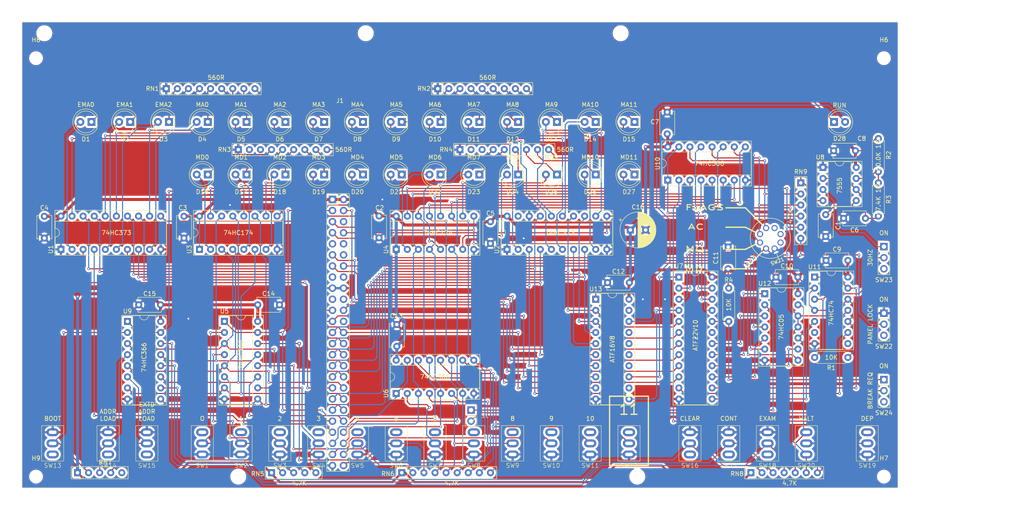
<source format=kicad_pcb>
(kicad_pcb (version 20221018) (generator pcbnew)
  (layers (0 "F.Cu" signal) (31 "B.Cu" signal) (34 "B.Paste" user) (35 "F.Paste" user) (36 "B.SilkS" user "B.Silkscreen") (37 "F.SilkS" user "F.Silkscreen") (38 "B.Mask" user) (39 "F.Mask" user) (44 "Edge.Cuts" user))
  (net 0 "")
  (net 2 "DX8")
  (net 3 "GND")
  (net 4 "DX9")
  (net 5 "DX7")
  (net 6 "DX10")
  (net 7 "DX6")
  (net 8 "DX11")
  (net 9 "DX5")
  (net 10 "DX4")
  (net 11 "EMA1")
  (net 12 "DX3")
  (net 13 "MA11")
  (net 14 "DX2")
  (net 15 "MA10")
  (net 16 "DX1")
  (net 17 "EMA0")
  (net 18 "DX0")
  (net 19 "MA9")
  (net 20 "MA1")
  (net 21 "MA8")
  (net 22 "MA0")
  (net 23 "MA7")
  (net 24 "MA2")
  (net 25 "MA6")
  (net 26 "MA3")
  (net 27 "MA5")
  (net 28 "MA4")
  (net 29 "LXMAR L")
  (net 30 "EMA2")
  (net 31 "PANEL IOT H")
  (net 32 "SPARE SKIP H")
  (net 33 "DISK CE L")
  (net 34 "LOAD DAR H")
  (net 35 "LXDAR L")
  (net 36 "WRITE L")
  (net 37 "IOCLR L")
  (net 38 "READ L")
  (net 39 "INTGNT L")
  (net 40 "INTREQ L")
  (net 41 "C1 L")
  (net 42 "C0 L")
  (net 43 "BYTE READ L")
  (net 44 "SKIP L")
  (net 45 "WR SR L")
  (net 46 "RD SR L")
  (net 47 "VCC")
  (net 48 "Net-(D1-K)")
  (net 49 "Net-(D1-A)")
  (net 50 "Net-(D2-K)")
  (net 51 "Net-(D2-A)")
  (net 52 "Net-(D3-K)")
  (net 53 "Net-(D3-A)")
  (net 54 "Net-(D4-A)")
  (net 55 "Net-(D4-K)")
  (net 56 "Net-(D5-K)")
  (net 57 "Net-(D5-A)")
  (net 58 "Net-(D6-K)")
  (net 59 "Net-(D6-A)")
  (net 60 "Net-(D7-K)")
  (net 61 "Net-(D7-A)")
  (net 62 "Net-(D8-K)")
  (net 63 "Net-(D8-A)")
  (net 64 "Net-(D9-K)")
  (net 65 "Net-(D9-A)")
  (net 66 "Net-(D10-K)")
  (net 67 "Net-(D10-A)")
  (net 68 "Net-(D11-K)")
  (net 69 "Net-(D11-A)")
  (net 70 "Net-(D12-K)")
  (net 71 "Net-(D12-A)")
  (net 72 "Net-(D13-K)")
  (net 73 "Net-(D13-A)")
  (net 74 "Net-(D14-K)")
  (net 75 "Net-(D14-A)")
  (net 76 "Net-(D15-K)")
  (net 77 "Net-(D15-A)")
  (net 78 "Net-(D16-A)")
  (net 79 "Net-(D16-K)")
  (net 80 "Net-(D17-A)")
  (net 81 "Net-(D17-K)")
  (net 82 "Net-(D18-A)")
  (net 83 "Net-(D18-K)")
  (net 84 "Net-(D19-A)")
  (net 85 "Net-(D19-K)")
  (net 86 "Net-(D20-A)")
  (net 87 "Net-(D20-K)")
  (net 88 "Net-(D21-A)")
  (net 89 "Net-(D21-K)")
  (net 90 "Net-(D22-A)")
  (net 91 "Net-(D22-K)")
  (net 92 "Net-(D23-A)")
  (net 93 "Net-(D23-K)")
  (net 94 "Net-(D24-A)")
  (net 95 "Net-(D24-K)")
  (net 96 "Net-(D25-A)")
  (net 97 "Net-(D25-K)")
  (net 98 "Net-(D26-A)")
  (net 99 "Net-(D26-K)")
  (net 100 "Net-(D27-A)")
  (net 101 "Net-(D27-K)")
  (net 102 "RUN LED")
  (net 103 "/control-logic/~{CPREQ}")
  (net 104 "Net-(J2-Pin_2)")
  (net 105 "Net-(SW23-A)")
  (net 106 "/control-logic/~{CONSOLE BREAK REQ}")
  (net 107 "Net-(RN5-R1)")
  (net 108 "Net-(RN5-R2)")
  (net 109 "Net-(RN5-R3)")
  (net 110 "Net-(RN5-R4)")
  (net 111 "Net-(RN6-R3)")
  (net 112 "Net-(RN6-R4)")
  (net 113 "Net-(RN6-R5)")
  (net 114 "Net-(RN6-R6)")
  (net 115 "/control-logic/~{BOOT SW}")
  (net 116 "/control-logic/~{LOAD ADDR SW}")
  (net 117 "/control-logic/~{LOAD EXTD ADDR SW}")
  (net 118 "/control-logic/~{CLEAR SW}")
  (net 119 "/control-logic/~{CONT SW}")
  (net 120 "/control-logic/~{EXAM SW}")
  (net 121 "/control-logic/~{DEP SW}")
  (net 122 "/control-logic/~{STATUS DISP}")
  (net 123 "/control-logic/~{AC DISP}")
  (net 124 "/control-logic/~{MQ DISP}")
  (net 125 "/control-logic/~{MD DISP}")
  (net 126 "/control-logic/~{PANEL LOCK}")
  (net 127 "Net-(SW23-B)")
  (net 128 "CLK ADDR DISP H")
  (net 130 "CLK DATA DISP H")
  (net 131 "Net-(U13-IO7)")
  (net 132 "/control-logic/RUN")
  (net 133 "/control-logic/HALT")
  (net 134 "/control-logic/RUN LED H")
  (net 135 "/control-logic/~{RUN LED L}")
  (net 136 "/SW6")
  (net 137 "/SW5")
  (net 138 "Net-(RN6-R7)")
  (net 139 "Net-(RN6-R8)")
  (net 140 "Net-(U8-CV)")
  (net 141 "Net-(U8-THR)")
  (net 142 "Net-(U8-DIS)")
  (net 143 "Net-(U11B-Q)")
  (net 144 "Net-(U11A-Q)")
  (net 145 "Net-(U11A-~{R})")
  (net 146 "Net-(U7-IO9)")
  (net 147 "Net-(U7-IO8)")
  (net 148 "Net-(U7-IO7)")
  (net 149 "Net-(U7-IO6)")
  (net 151 "Net-(U10-E1)")
  (footprint "Package_DIP:DIP-16_W7.62mm_Socket" (layer "F.Cu") (at 74.93 93.98)
    (fp_text reference "U9")
    (fp_text value "74HC366")
  )
  (footprint "LED_THT:LED_D5.0mm" (layer "F.Cu") (at 93.345 60.325 180)
    (fp_text reference "D16")
    (fp_text value "MD0")
  )
  (footprint "LED_THT:LED_D5.0mm" (layer "F.Cu") (at 120.015 48.26 180)
    (fp_text reference "D7")
    (fp_text value "MA3")
  )
  (footprint "Tersteeg:SubMiniature Toggle Switch SPDT" (layer "F.Cu") (at 172.085 121.92)
    (fp_text reference "SW10")
    (fp_text value "SR9")
  )
  (footprint "LED_THT:LED_D5.0mm" (layer "F.Cu") (at 182.245 48.26 180)
    (fp_text reference "D14")
    (fp_text value "MA10")
  )
  (footprint "Capacitor_THT:C_Disc_D5.1mm_W3.2mm_P5.00mm" (layer "F.Cu") (at 55.88 69.89 -90)
    (fp_text reference "C4")
    (fp_text value "100NF")
  )
  (footprint "Tersteeg:M2.5_12mm Standoff" (layer "F.Cu") (at 53.975 129.54)
    (fp_text reference "H9")
    (fp_text value "MountingHole")
  )
  (footprint "LED_THT:LED_D5.0mm" (layer "F.Cu") (at 93.345 48.26 180)
    (fp_text reference "D4")
    (fp_text value "MA0")
  )
  (footprint "Resistor_THT:R_Array_SIP7" (layer "F.Cu") (at 217.805 128.651)
    (fp_text reference "RN8")
    (fp_text value "4.7K")
  )
  (footprint "Capacitor_THT:C_Disc_D5.1mm_W3.2mm_P5.00mm" (layer "F.Cu") (at 87.884 69.89 -90)
    (fp_text reference "C3")
    (fp_text value "100NF")
  )
  (footprint "Capacitor_THT:C_Disc_D5.1mm_W3.2mm_P5.00mm" (layer "F.Cu") (at 132.588 69.81 -90)
    (fp_text reference "C2")
    (fp_text value "100NF")
  )
  (footprint "Package_DIP:DIP-16_W7.62mm_Socket" (layer "F.Cu") (at 91.44 77.47 90)
    (fp_text reference "U3")
    (fp_text value "74HC174")
  )
  (footprint "Capacitor_THT:C_Disc_D5.1mm_W3.2mm_P5.00mm" (layer "F.Cu") (at 228.56 83.82 180)
    (fp_text reference "C10")
    (fp_text value "100NF")
  )
  (footprint "Tersteeg:SubMiniature Toggle Switch SPDT" (layer "F.Cu") (at 212.725 121.92 180)
    (fp_text reference "SW17")
    (fp_text value "CONT")
  )
  (footprint "LED_THT:LED_D5.0mm" (layer "F.Cu") (at 155.575 60.325 180)
    (fp_text reference "D23")
    (fp_text value "MD7")
  )
  (footprint "Resistor_THT:R_Array_SIP9" (layer "F.Cu") (at 151.13 54.61)
    (fp_text reference "RN4")
    (fp_text value "560R")
  )
  (footprint "Package_DIP:DIP-14_W7.62mm_Socket" (layer "F.Cu") (at 220.98 87.63)
    (fp_text reference "U12")
    (fp_text value "74HC05")
  )
  (footprint "Tersteeg:SubMiniature Toggle Switch SPDT" (layer "F.Cu") (at 100.965 121.92)
    (fp_text reference "SW2")
    (fp_text value "SR1")
  )
  (footprint "Tersteeg:SubMiniature Toggle Switch SPDT" (layer "F.Cu") (at 189.865 121.92)
    (fp_text reference "SW12")
    (fp_text value "SR11")
  )
  (footprint "Tersteeg:SubMiniature Toggle Switch SPDT" (layer "F.Cu") (at 180.975 121.92)
    (fp_text reference "SW11")
    (fp_text value "SR10")
  )
  (footprint "Package_DIP:DIP-14_W7.62mm_Socket" (layer "F.Cu") (at 232.41 83.82)
    (fp_text reference "U11")
    (fp_text value "74HC74")
  )
  (footprint "Package_DIP:DIP-16_W7.62mm_Socket" (layer "F.Cu") (at 198.755 61.595 90)
    (fp_text reference "U10")
    (fp_text value "74HC366")
  )
  (footprint "Tersteeg:SubMiniature Toggle Switch SPDT" (layer "F.Cu") (at 127.635 121.92)
    (fp_text reference "SW5")
    (fp_text value "SR4")
  )
  (footprint "Tersteeg:MountingHole_3.2mm_M3_Bare" (layer "F.Cu") (at 191.77 129.54)
    (fp_text reference "H5" hide)
    (fp_text value "MountingHole" hide)
  )
  (footprint "LED_THT:LED_D5.0mm" (layer "F.Cu") (at 146.685 48.26 180)
    (fp_text reference "D10")
    (fp_text value "MA6")
  )
  (footprint "Resistor_THT:R_Array_SIP9" (layer "F.Cu") (at 146.05 40.64)
    (fp_text reference "RN2")
    (fp_text value "560R")
  )
  (footprint "Tersteeg:SubMiniature Toggle Switch SPDT" (layer "F.Cu") (at 230.505 121.92)
    (fp_text reference "SW20")
    (fp_text value "HALT")
  )
  (footprint "LED_THT:LED_D5.0mm" (layer "F.Cu") (at 111.125 60.325 180)
    (fp_text reference "D18")
    (fp_text value "MD2")
  )
  (footprint "LED_THT:LED_D5.0mm" (layer "F.Cu") (at 102.235 48.26 180)
    (fp_text reference "D5")
    (fp_text value "MA1")
  )
  (footprint "LED_THT:LED_D5.0mm" (layer "F.Cu") (at 137.795 60.325 180)
    (fp_text reference "D21")
    (fp_text value "MD5")
  )
  (footprint "LED_THT:LED_D5.0mm" (layer "F.Cu") (at 146.685 60.325 180)
    (fp_text reference "D22")
    (fp_text value "MD6")
  )
  (footprint "LED_THT:LED_D5.0mm" (layer "F.Cu") (at 137.795 48.26 180)
    (fp_text reference "D9")
    (fp_text value "MA5")
  )
  (footprint "Tersteeg:SubMiniature Toggle Switch SPDT" (layer "F.Cu") (at 136.525 121.92)
    (fp_text reference "SW6")
    (fp_text value "SR5")
  )
  (footprint "Capacitor_THT:C_Disc_D5.1mm_W3.2mm_P5.00mm" (layer "F.Cu") (at 158.115 71.12 -90)
    (fp_text reference "C5")
    (fp_text value "100NF")
  )
  (footprint "Capacitor_THT:CP_Radial_D8.0mm_P3.50mm" (layer "F.Cu") (at 190.175 73.025)
    (fp_text reference "C16")
    (fp_text value "470uF 10V")
  )
  (footprint "Tersteeg:SubMiniature Toggle Switch SPDT" (layer "F.Cu") (at 154.305 121.92)
    (fp_text reference "SW8")
    (fp_text value "SR7")
  )
  (footprint "Package_DIP:DIP-16_W7.62mm_Socket" (layer "F.Cu") (at 136.525 77.47 90)
    (fp_text reference "U4")
    (fp_text value "74HC174")
  )
  (footprint "Tersteeg:M2.5_12mm Standoff" (layer "F.Cu") (at 248.285 33.655)
    (fp_text reference "H6")
    (fp_text value "MountingHole")
  )
  (footprint "Capacitor_THT:C_Disc_D5.1mm_W3.2mm_P5.00mm" (layer "F.Cu") (at 198.628 51.014 90)
    (fp_text reference "C7")
    (fp_text value "100NF")
  )
  (footprint "LED_THT:LED_D5.0mm" (layer "F.Cu") (at 111.125 48.26 180)
    (fp_text reference "D6")
    (fp_text value "MA2")
  )
  (footprint "Package_DIP:DIP-20_W7.62mm_Socket" (layer "F.Cu") (at 161.925 77.47 90)
    (fp_text reference "U2")
    (fp_text value "74HC373")
  )
  (footprint "Tersteeg:SubMiniature Toggle Switch SPDT" (layer "F.Cu") (at 57.785 121.92 180)
    (fp_text reference "SW13")
    (fp_text value "BOOT")
  )
  (footprint "Resistor_THT:R_Axial_DIN0207_L6.3mm_D2.5mm_P7.62mm_Horizontal" (layer "F.Cu") (at 247.015 62.23 -90)
    (fp_text reference "R3")
    (fp_text value "17.4K 1%")
  )
  (footprint "LED_THT:LED_D5.0mm" (layer "F.Cu") (at 128.905 48.26 180)
    (fp_text reference "D8")
    (fp_text value "MA4")
  )
  (footprint "Tersteeg:MountingHole_3.2mm_M3_Bare" (layer "F.Cu") (at 100.33 129.54)
    (fp_text reference "H4" hide)
    (fp_text value "MountingHole" hide)
  )
  (footprint "Tersteeg:SubMiniature Toggle Switch SPDT" (layer "F.Cu") (at 163.195 121.92)
    (fp_text reference "SW9")
    (fp_text value "SR8")
  )
  (footprint "Resistor_THT:R_Array_SIP5" (layer "F.Cu") (at 107.95 128.651)
    (fp_text reference "RN5")
    (fp_text value "4.7K")
  )
  (footprint "Capacitor_THT:C_Disc_D5.1mm_W3.2mm_P5.00mm" (layer "F.Cu") (at 136.652 99.695 90)
    (fp_text reference "C13")
    (fp_text value "100NF")
  )
  (footprint "Package_DIP:DIP-16_W7.62mm_Socket" (layer "F.Cu") (at 136.515 110.49 90)
    (fp_text reference "U6")
    (fp_text value "74HC366")
  )
  (footprint "Tersteeg:M2.5_12mm Standoff" (layer "F.Cu") (at 248.285 129.54)
    (fp_text reference "H7")
    (fp_text value "MountingHole")
  )
  (footprint "LED_THT:LED_D5.0mm" (layer "F.Cu") (at 75.565 48.26 180)
    (fp_text reference "D2")
    (fp_text value "EMA1")
  )
  (footprint "Connector_PinHeader_2.54mm:PinHeader_1x03_P2.54mm_Vertical" (layer "F.Cu") (at 248.285 76.835)
    (fp_text reference "SW23")
    (fp_text value "30HZ")
  )
  (footprint "LED_THT:LED_D5.0mm" (layer "F.Cu") (at 102.235 60.325 180)
    (fp_text reference "D17")
    (fp_text value "MD1")
  )
  (footprint "Tersteeg:M2.5_12mm Standoff" (layer "F.Cu") (at 53.975 33.655)
    (fp_text reference "H8")
    (fp_text value "MountingHole")
  )
  (footprint "Package_DIP:DIP-8_W7.62mm_Socket" (layer "F.Cu") (at 234.315 58.674)
    (fp_text reference "U8")
    (fp_text value "7555")
  )
  (footprint "Capacitor_THT:C_Disc_D5.1mm_W3.2mm_P5.00mm" (layer "F.Cu") (at 234.95 69.509 -90)
    (fp_text reference "C1")
    (fp_text value "0.01UF")
  )
  (footprint "Resistor_THT:R_Array_SIP5" (layer "F.Cu") (at 63.48 128.651)
    (fp_text reference "RN7")
    (fp_text value "4.7K")
  )
  (footprint "Resistor_THT:R_Array_SIP6" (layer "F.Cu") (at 229.235 62.23 -90)
    (fp_text reference "RN9")
    (fp_text value "4.7K")
  )
  (footprint "RM104772BCB-SnapEDA:RM104772BCB" (layer "F.Cu") (at 222.25 74.93 -157.5)
    (property "VALUE" "SP4T")
    (fp_text reference "SW21")
    (fp_text value "RM104772BCB")
  )
  (footprint "Capacitor_THT:C_Disc_D5.1mm_W3.2mm_P5.00mm" (layer "F.Cu") (at 82.51 90.17 180)
    (fp_text reference "C15")
    (fp_text value "100NF")
  )
  (footprint "Tersteeg:SubMiniature Toggle Switch SPDT" (layer "F.Cu") (at 92.075 121.92)
    (fp_text reference "SW1")
    (fp_text value "SR0")
  )
  (footprint "Tersteeg:SubMiniature Toggle Switch SPDT" (layer "F.Cu") (at 221.615 121.92 180)
    (fp_text reference "SW18")
    (fp_text value "EXAM")
  )
  (footprint "Capacitor_THT:C_Disc_D5.1mm_W3.2mm_P5.00mm" (layer "F.Cu") (at 240.03 80.01 180)
    (fp_text reference "C9")
    (fp_text value "100NF")
  )
  (footprint "LED_THT:LED_D5.0mm" (layer "F.Cu") (at 120.015 60.325 180)
    (fp_text reference "D19")
    (fp_text value "MD3")
  )
  (footprint "LED_THT:LED_D5.0mm" (layer "F.Cu") (at 66.675 48.26 180)
    (fp_text reference "D1")
    (fp_text value "EMA0")
  )
  (footprint "Tersteeg:SubMiniature Toggle Switch SPDT" (layer "F.Cu") (at 109.855 121.92)
    (fp_text reference "SW3")
    (fp_text value "SR2")
  )
  (footprint "LED_THT:LED_D5.0mm" (layer "F.Cu") (at 128.905 60.325 180)
    (fp_text reference "D20")
    (fp_text value "MD4")
  )
  (footprint "LED_THT:LED_D5.0mm" (layer "F.Cu") (at 173.355 60.325 180)
    (fp_text reference "D25")
    (fp_text value "MD9")
  )
  (footprint "Resistor_THT:R_Axial_DIN0207_L6.3mm_D2.5mm_P7.62mm_Horizontal" (layer "F.Cu") (at 212.725 86.36 -90)
    (fp_text reference "R4")
    (fp_text value "10K")
  )
  (footprint "Package_DIP:DIP-20_W7.62mm_Socket" (layer "F.Cu") (at 59.69 77.47 90)
    (fp_text reference "U1")
    (fp_text value "74HC373")
  )
  (footprint "Capacitor_THT:C_Disc_D5.1mm_W3.2mm_P5.00mm" (layer "F.Cu") (at 104.775 90.17)
    (fp_text reference "C14")
    (fp_text value "100NF")
  )
  (footprint "LED_THT:LED_D5.0mm" (layer "F.Cu") (at 191.135 48.26 180)
    (fp_text reference "D15")
    (fp_text value "MA11")
  )
  (footprint "Package_DIP:DIP-20_W7.62mm_Socket" (layer "F.Cu") (at 182.245 88.9)
    (fp_text reference "U13")
    (fp_text value "ATF16V8")
  )
  (footprint "Tersteeg:SubMiniature Toggle Switch SPDT" (layer "F.Cu") (at 118.745 121.92)
    (fp_text reference "SW4")
    (fp_text value "SR3")
  )
  (footprint "Capacitor_THT:C_Disc_D5.1mm_W3.2mm_P5.00mm" (layer "F.Cu") (at 212.598 81.915 90)
    (fp_text reference "C11")
    (fp_text value "100NF")
  )
  (footprint "Tersteeg:SubMiniature Toggle Switch SPDT" (layer "F.Cu") (at 244.475 121.92)
    (fp_text reference "SW19")
    (fp_text value "DEP")
  )
  (footprint "Capacitor_THT:C_Disc_D5.1mm_W3.2mm_P5.00mm" (layer "F.Cu") (at 189.952 85.09 180)
    (fp_text reference "C12")
    (fp_text value "100NF")
  )
  (footprint "Capacitor_THT:C_Disc_D5.1mm_W3.2mm_P5.00mm" (layer "F.Cu") (at 244.054 70.358 180)
    (fp_text reference "C6")
    (fp_text value "1UF 10V")
  )
  (footprint "Connector_PinHeader_2.54mm:PinHeader_1x03_P2.54mm_Vertical" (layer "F.Cu") (at 248.285 92.09)
    (fp_text reference "SW22")
    (fp_text value "PLOCK")
  )
  (footprint "Tersteeg:MountingHole_3.2mm_M3_Bare" (layer "F.Cu") (at 55.88 27.94)
    (fp_text reference "H1" hide)
    (fp_text value "MountingHole" hide)
  )
  (footprint "LED_THT:LED_D5.0mm" (layer "F.Cu") (at 173.355 48.26 180)
    (fp_text reference "D13")
    (fp_text value "MA9")
  )
  (footprint "Tersteeg:SubMiniature Toggle Switch SPDT" (layer "F.Cu") (at 79.375 121.92 180)
    (fp_text reference "SW15")
    (fp_text value "LXA")
  )
  (footprint "Resistor_THT:R_Array_SIP9" (layer "F.Cu") (at 137.795 128.651)
    (fp_text reference "RN6")
    (fp_text value "4.7K")
  )
  (footprint "LED_THT:LED_D5.0mm" (layer "F.Cu") (at 164.465 48.26 180)
    (fp_text reference "D12")
    (fp_text value "MA8")
  )
  (footprint "Connector_PinHeader_2.54mm:PinHeader_1x03_P2.54mm_Vertical" (layer "F.Cu") (at 248.285 107.315)
    (fp_text reference "SW24")
    (fp_text value "ENABLE CONSOLE SLU BREAK REQ")
  )
  (footprint "Resistor_THT:R_Array_SIP9" (layer "F.Cu") (at 83.82 40.64)
    (fp_text reference "RN1")
    (fp_text value "560R")
  )
  (footprint "Tersteeg:MountingHole_3.2mm_M3_Bare" (layer "F.Cu") (at 187.96 27.94)
    (fp_text reference "H3" hide)
    (fp_text value "MountingHole" hide)
  )
  (footprint "LED_THT:LED_D5.0mm" (layer "F.Cu") (at 164.465 60.325 180)
    (fp_text reference "D24")
    (fp_text value "MD8")
  )
  (footprint "LED_THT:LED_D5.0mm" (layer "F.Cu") (at 236.855 48.26)
    (fp_text reference "D28")
    (fp_text value "RUN")
  )
  (footprint "LED_THT:LED_D5.0mm" (layer "F.Cu") (at 182.245 60.325 180)
    (fp_text reference "D26")
    (fp_text value "MD10")
  )
  (footprint "Capacitor_THT:C_Disc_D5.1mm_W3.2mm_P5.00mm" (layer "F.Cu") (at 241.768 54.864 180)
    (fp_text reference "C8")
    (fp_text value "100NF")
  )
  (footprint "Resistor_THT:R_Axial_DIN0207_L6.3mm_D2.5mm_P7.62mm_Horizontal" (layer "F.Cu") (at 247.015 52.07 -90)
    (fp_text reference "R2")
    (fp_text value "10.0K 1%")
  )
  (footprint "Package_DIP:DIP-16_W7.62mm_Socket" (layer "F.Cu") (at 97.155 93.97)
    (fp_text reference "U5")
    (fp_text value "74HC366")
  )
  (footprint "Tersteeg:SubMiniature Toggle Switch SPDT" (layer "F.Cu") (at 70.485 121.92 180)
    (fp_text reference "SW14")
    (fp_text value "LA")
  )
  (footprint "Connector_PinHeader_2.54mm:PinHeader_2x25_P2.54mm_Vertical" (layer "F.Cu") (at 121.915 66.035)
    (fp_text reference "J1")
    (fp_text value "Conn_02x25_Odd_Even" hide)
  )
  (footprint "Resistor_THT:R_Array_SIP9" (layer "F.Cu") (at 100.33 54.61)
    (fp_text reference "RN3")
    (fp_text value "560R")
  )
  (footprint "LED_THT:LED_D5.0mm" (layer "F.Cu") (at 155.575 48.26 180)
    (fp_text reference "D11")
    (fp_text value "MA7")
  )
  (footprint "Tersteeg:MountingHole_3.2mm_M3_Bare" (layer "F.Cu") (at 129.54 27.94)
    (fp_text reference "H2" hide)
    (fp_text value "MountingHole" hide)
  )
  (footprint "Tersteeg:SubMiniature Toggle Switch SPDT" (layer "F.Cu") (at 203.835 121.92 180)
    (fp_text reference "SW16")
    (fp_text value "CLEAR")
  )
  (footprint "Resistor_THT:R_Axial_DIN0207_L6.3mm_D2.5mm_P7.62mm_Horizontal" (layer "F.Cu") (at 240.03 102.235 180)
    (fp_text reference "R1")
    (fp_text value "10K")
  )
  (footprint "Package_DIP:DIP-24_W7.62mm_Socket" (layer "F.Cu") (at 201.295 83.82)
    (fp_text reference "U7")
    (fp_text value "ATF22V10")
  )
  (footprint "LED_THT:LED_D5.0mm" (layer "F.Cu") (at 84.46 48.26 180)
    (fp_text reference "D3")
    (fp_text value "EMA2")
  )
  (footprint "LED_THT:LED_D5.0mm" (layer "F.Cu") (at 191.135 60.325 180)
    (fp_text reference "D27")
    (fp_text value "MD11")
  )
  (footprint "Tersteeg:SubMiniature Toggle Switch SPDT" (layer "F.Cu") (at 145.415 121.92)
    (fp_text reference "SW7")
    (fp_text value "SR6")
  )
  (footprint "Connector_PinHeader_2.54mm:PinHeader_1x02_P2.54mm_Vertical" (layer "B.Cu") (at 153.67 114.295 180)
    (fp_text reference "J2")
    (fp_text value "SBC CPREQ")
  )
  (gr_line (start 216.535 67.945) (end 212.09 67.945) (stroke (width 0.3)) (layer "F.SilkS"))
  (gr_line (start 220.345 71.755) (end 216.535 67.945) (stroke (width 0.3)) (layer "F.SilkS"))
  (gr_rect (start 185.42 111.125) (end 194.31 127) (stroke (width 0.3)) (fill none) (layer "F.SilkS"))
  (gr_line (start 216.535 72.39) (end 219.075 73.66) (stroke (width 0.3)) (layer "F.SilkS"))
  (gr_line (start 216.535 81.915) (end 212.09 81.915) (stroke (width 0.3)) (layer "F.SilkS"))
  (gr_line (start 216.535 81.915) (end 220.345 78.105) (stroke (width 0.3)) (layer "F.SilkS"))
  (gr_line (start 216.535 72.39) (end 212.09 72.39) (stroke (width 0.3)) (layer "F.SilkS"))
  (gr_line (start 216.535 77.47) (end 212.09 77.47) (stroke (width 0.3)) (layer "F.SilkS"))
  (gr_line (start 216.535 77.47) (end 219.075 76.2) (stroke (width 0.3)) (layer "F.SilkS"))
  (gr_rect (start 50.8 25.4) (end 251.46 132.08) (stroke (width 0.1)) (fill none) (layer "Edge.Cuts"))
  (gr_text "EXAM" (at 221.615 116.84) (layer "F.SilkS") (effects (font (size 1 1)) (justify bottom)))
  (gr_text "ON" (at 248.285 74.295) (layer "F.SilkS") (effects (font (size 1 1)) (justify bottom)))
  (gr_text "8" (at 163.195 116.84) (layer "F.SilkS") (effects (font (size 1 1)) (justify bottom)))
  (gr_text "9" (at 172.085 116.84) (layer "F.SilkS") (effects (font (size 1 1)) (justify bottom)))
  (gr_text "7" (at 154.305 116.84) (layer "F.SilkS") (effects (font (size 1 1)) (justify bottom)))
  (gr_text "FLAGS" (at 202.565 68.58) (layer "F.SilkS") (effects (font (size 1.2 2) (thickness 0.24) bold) (justify left bottom)))
  (gr_text "HALT" (at 230.505 116.84) (layer "F.SilkS") (effects (font (size 1 1)) (justify bottom)))
  (gr_text "30HZ" (at 245.745 79.375 90) (layer "F.SilkS") (effects (font (size 1 1)) (justify bottom)))
  (gr_text "ADDR\nLOAD" (at 70.485 116.84) (layer "F.SilkS") (effects (font (size 1 1)) (justify bottom)))
  (gr_text "CLEAR" (at 203.835 116.84) (layer "F.SilkS") (effects (font (size 1 1)) (justify bottom)))
  (gr_text "6" (at 145.415 116.84) (layer "F.SilkS") (effects (font (size 1 1)) (justify bottom)))
  (gr_text "MQ" (at 202.565 78.105) (layer "F.SilkS") (effects (font (size 1.2 2) (thickness 0.24) bold) (justify left bottom)))
  (gr_text "BREAK REQ" (at 245.745 109.855 90) (layer "F.SilkS") (effects (font (size 1 1)) (justify bottom)))
  (gr_text "BOOT" (at 57.785 116.84) (layer "F.SilkS") (effects (font (size 1 1)) (justify bottom)))
  (gr_text "MD" (at 202.455 82.55) (layer "F.SilkS") (effects (font (size 1.2 2) (thickness 0.24) bold) (justify left bottom)))
  (gr_text "ON" (at 248.285 89.535) (layer "F.SilkS") (effects (font (size 1 1)) (justify bottom)))
  (gr_text "4" (at 127.635 116.84) (layer "F.SilkS") (effects (font (size 1 1)) (justify bottom)))
  (gr_text "3" (at 118.745 116.84) (layer "F.SilkS") (effects (font (size 1 1)) (justify bottom)))
  (gr_text "5" (at 136.525 116.84) (layer "F.SilkS") (effects (font (size 1 1)) (justify bottom)))
  (gr_text "DEP" (at 244.475 116.84) (layer "F.SilkS") (effects (font (size 1 1)) (justify bottom)))
  (gr_text "1" (at 100.965 116.84) (layer "F.SilkS") (effects (font (size 1 1)) (justify bottom)))
  (gr_text "PANEL LOCK" (at 245.745 94.615 90) (layer "F.SilkS") (effects (font (size 1 1)) (justify bottom)))
  (gr_text "ON" (at 248.285 104.775) (layer "F.SilkS") (effects (font (size 1 1)) (justify bottom)))
  (gr_text "AC" (at 203.2 73.025) (layer "F.SilkS") (effects (font (size 1.2 2) (thickness 0.24) bold) (justify left bottom)))
  (gr_text "CONT" (at 212.725 116.84) (layer "F.SilkS") (effects (font (size 1 1)) (justify bottom)))
  (gr_text "2" (at 109.855 116.84) (layer "F.SilkS") (effects (font (size 1 1)) (justify bottom)))
  (gr_text "11" (at 189.865 115.57) (layer "F.SilkS") (effects (font (size 2.4 2.4) (thickness 0.3)) (justify bottom)))
  (gr_text "10" (at 180.975 116.84) (layer "F.SilkS") (effects (font (size 1 1)) (justify bottom)))
  (gr_text "O" (at 92.075 116.84) (layer "F.SilkS") (effects (font (size 1 1)) (justify bottom)))
  (gr_text "EXTD\nADDR\nLOAD" (at 79.375 116.84) (layer "F.SilkS") (effects (font (size 1 1)) (justify bottom)))
  (segment (start 125.085 126.365) (end 124.455 126.995) (width 0.25) (layer "F.Cu") (net 2))
  (segment (start 151.755 126.365) (end 125.085 126.365) (width 0.25) (layer "F.Cu") (net 2))
  (segment (start 150.495 66.04) (end 213.995 66.04) (width 0.25) (layer "F.Cu") (net 2))
  (via (at 213.995 66.04) (size 0.6) (drill 0.3) (layers "F.Cu" "B.Cu") (net 2))
  (via (at 150.495 66.04) (size 0.6) (drill 0.3) (layers "F.Cu" "B.Cu") (net 2))
  (via (at 151.755 126.365) (size 0.6) (drill 0.3) (layers "F.Cu" "B.Cu") (net 2))
  (segment (start 151.755 126.365) (end 151.755 110.49) (width 0.25) (layer "B.Cu") (net 2))
  (segment (start 213.995 61.595) (end 213.995 66.04) (width 0.25) (layer "B.Cu") (net 2))
  (segment (start 149.098 77.47) (end 150.495 78.867) (width 0.25) (layer "B.Cu") (net 2))
  (segment (start 150.495 78.867) (end 150.495 107.95) (width 0.25) (layer "B.Cu") (net 2))
  (segment (start 150.495 107.95) (end 151.755 109.21) (width 0.25) (layer "B.Cu") (net 2))
  (segment (start 150.495 66.04) (end 150.495 76.073) (width 0.25) (layer "B.Cu") (net 2))
  (segment (start 151.755 109.21) (end 151.755 110.49) (width 0.25) (layer "B.Cu") (net 2))
  (segment (start 150.495 76.073) (end 149.098 77.47) (width 0.25) (layer "B.Cu") (net 2))
  (via (at 98.425 67.31) (size 0.8) (drill 0.4) (layers "F.Cu" "B.Cu") (net 3))
  (via (at 133.35 66.04) (size 0.8) (drill 0.4) (layers "F.Cu" "B.Cu") (net 3))
  (via (at 88.9 93.345) (size 0.8) (drill 0.4) (layers "F.Cu" "B.Cu") (net 3))
  (via (at 198.12 88.9) (size 0.8) (drill 0.4) (layers "F.Cu" "B.Cu") (net 3))
  (via (at 165.735 74.93) (size 0.8) (drill 0.4) (layers "F.Cu" "B.Cu") (net 3))
  (via (at 205.105 97.79) (size 0.8) (drill 0.4) (layers "F.Cu" "B.Cu") (net 3))
  (via (at 193.04 88.9) (size 0.8) (drill 0.4) (layers "F.Cu" "B.Cu") (net 3))
  (segment (start 131.353062 120.65) (end 128.813062 123.19) (width 0.25) (layer "F.Cu") (net 4))
  (segment (start 125.731396 123.19) (end 124.466396 124.455) (width 0.25) (layer "F.Cu") (net 4))
  (segment (start 149.225 66.675) (end 215.265 66.675) (width 0.25) (layer "F.Cu") (net 4))
  (segment (start 156.845 120.65) (end 131.353062 120.65) (width 0.25) (layer "F.Cu") (net 4))
  (segment (start 128.813062 123.19) (end 125.731396 123.19) (width 0.25) (layer "F.Cu") (net 4))
  (segment (start 149.86 70.993) (end 149.098 70.231) (width 0.25) (layer "F.Cu") (net 4))
  (segment (start 153.035 70.993) (end 149.86 70.993) (width 0.25) (layer "F.Cu") (net 4))
  (via (at 156.845 120.65) (size 0.6) (drill 0.3) (layers "F.Cu" "B.Cu") (net 4))
  (via (at 149.225 66.675) (size 0.6) (drill 0.3) (layers "F.Cu" "B.Cu") (net 4))
  (via (at 153.035 70.993) (size 0.6) (drill 0.3) (layers "F.Cu" "B.Cu") (net 4))
  (via (at 215.265 66.675) (size 0.6) (drill 0.3) (layers "F.Cu" "B.Cu") (net 4))
  (segment (start 215.265 55.245) (end 216.535 53.975) (width 0.25) (layer "B.Cu") (net 4))
  (segment (start 153.053 71.011) (end 153.053 101.628) (width 0.25) (layer "B.Cu") (net 4))
  (segment (start 215.265 66.675) (end 215.265 55.245) (width 0.25) (layer "B.Cu") (net 4))
  (segment (start 149.225 66.675) (end 149.225 69.85) (width 0.25) (layer "B.Cu") (net 4))
  (segment (start 153.035 70.993) (end 153.053 71.011) (width 0.25) (layer "B.Cu") (net 4))
  (segment (start 156.845 105.42) (end 154.295 102.87) (width 0.25) (layer "B.Cu") (net 4))
  (segment (start 153.053 101.628) (end 154.295 102.87) (width 0.25) (layer "B.Cu") (net 4))
  (segment (start 156.845 120.65) (end 156.845 105.42) (width 0.25) (layer "B.Cu") (net 4))
  (segment (start 145.415 65.405) (end 208.28 65.405) (width 0.25) (layer "F.Cu") (net 5))
  (segment (start 125.73 122.555) (end 125.73 121.469749) (width 0.25) (layer "F.Cu") (net 5))
  (segment (start 125.095 123.19) (end 125.73 122.555) (width 0.25) (layer "F.Cu") (net 5))
  (segment (start 121.915 124.455) (end 123.18 123.19) (width 0.25) (layer "F.Cu") (net 5))
  (segment (start 131.445 118.11) (end 146.685 118.11) (width 0.25) (layer "F.Cu") (net 5))
  (segment (start 208.28 65.405) (end 208.915 64.77) (width 0.25) (layer "F.Cu") (net 5))
  (segment (start 128.905 120.65) (end 131.445 118.11) (width 0.25) (layer "F.Cu") (net 5))
  (segment (start 126.549749 120.65) (end 128.905 120.65) (width 0.25) (layer "F.Cu") (net 5))
  (segment (start 123.18 123.19) (end 125.095 123.19) (width 0.25) (layer "F.Cu") (net 5))
  (segment (start 208.915 64.77) (end 208.915 61.595) (width 0.25) (layer "F.Cu") (net 5))
  (segment (start 125.73 121.469749) (end 126.549749 120.65) (width 0.25) (layer "F.Cu") (net 5))
  (via (at 145.415 65.405) (size 0.6) (drill 0.3) (layers "F.Cu" "B.Cu") (net 5))
  (via (at 146.685 118.11) (size 0.6) (drill 0.3) (layers "F.Cu" "B.Cu") (net 5))
  (segment (start 145.415 76.073) (end 144.018 77.47) (width 0.25) (layer "B.Cu") (net 5))
  (segment (start 146.675 118.1) (end 146.675 110.49) (width 0.25) (layer "B.Cu") (net 5))
  (segment (start 146.675 108.575) (end 146.675 110.49) (width 0.25) (layer "B.Cu") (net 5))
  (segment (start 145.415 107.315) (end 146.675 108.575) (width 0.25) (layer "B.Cu") (net 5))
  (segment (start 146.685 118.11) (end 146.675 118.1) (width 0.25) (layer "B.Cu") (net 5))
  (segment (start 145.415 78.867) (end 145.415 107.315) (width 0.25) (layer "B.Cu") (net 5))
  (segment (start 144.018 77.47) (end 145.415 78.867) (width 0.25) (layer "B.Cu") (net 5))
  (segment (start 145.415 65.405) (end 145.415 76.073) (width 0.25) (layer "B.Cu") (net 5))
  (segment (start 127.635 116.84) (end 125.73 118.745) (width 0.25) (layer "F.Cu") (net 6))
  (segment (start 144.78 70.993) (end 144.018 70.231) (width 0.25) (layer "F.Cu") (net 6))
  (segment (start 150.495 116.84) (end 127.635 116.84) (width 0.25) (layer "F.Cu") (net 6))
  (segment (start 210.185 67.31) (end 144.145 67.31) (width 0.25) (layer "F.Cu") (net 6))
  (segment (start 125.73 118.745) (end 125.73 120.65) (width 0.25) (layer "F.Cu") (net 6))
  (segment (start 125.73 120.65) (end 124.465 121.915) (width 0.25) (layer "F.Cu") (net 6))
  (segment (start 147.955 70.993) (end 144.78 70.993) (width 0.25) (layer "F.Cu") (net 6))
  (via (at 147.955 70.993) (size 0.6) (drill 0.3) (layers "F.Cu" "B.Cu") (net 6))
  (via (at 144.145 67.31) (size 0.6) (drill 0.3) (layers "F.Cu" "B.Cu") (net 6))
  (via (at 150.495 116.84) (size 0.6) (drill 0.3) (layers "F.Cu" "B.Cu") (net 6))
  (via (at 210.185 67.31) (size 0.6) (drill 0.3) (layers "F.Cu" "B.Cu") (net 6))
  (segment (start 147.973 71.011) (end 147.973 101.628) (width 0.25) (layer "B.Cu") (net 6))
  (segment (start 149.215 107.94) (end 149.215 102.87) (width 0.25) (layer "B.Cu") (net 6))
  (segment (start 147.973 101.628) (end 149.215 102.87) (width 0.25) (layer "B.Cu") (net 6))
  (segment (start 210.185 67.31) (end 210.185 55.245) (width 0.25) (layer "B.Cu") (net 6))
  (segment (start 144.145 67.31) (end 144.145 69.85) (width 0.25) (layer "B.Cu") (net 6))
  (segment (start 147.955 70.993) (end 147.973 71.011) (width 0.25) (layer "B.Cu") (net 6))
  (segment (start 210.185 55.245) (end 211.455 53.975) (width 0.25) (layer "B.Cu") (net 6))
  (segment (start 150.495 116.84) (end 150.495 109.22) (width 0.25) (layer "B.Cu") (net 6))
  (segment (start 150.495 109.22) (end 149.215 107.94) (width 0.25) (layer "B.Cu") (net 6))
  (segment (start 203.835 64.135) (end 203.835 61.595) (width 0.25) (layer "F.Cu") (net 7))
  (segment (start 203.2 64.77) (end 203.835 64.135) (width 0.25) (layer "F.Cu") (net 7))
  (segment (start 140.335 64.77) (end 203.2 64.77) (width 0.25) (layer "F.Cu") (net 7))
  (via (at 140.335 64.77) (size 0.6) (drill 0.3) (layers "F.Cu" "B.Cu") (net 7))
  (segment (start 141.478 77.47) (end 140.47 78.478) (width 0.25) (layer "B.Cu") (net 7))
  (segment (start 140.335 64.77) (end 140.335 76.2) (width 0.25) (layer "B.Cu") (net 7))
  (segment (start 141.595 116.84) (end 141.595 110.49) (width 0.25) (layer "B.Cu") (net 7))
  (segment (start 123.19 120.64) (end 123.19 118.544149) (width 0.25) (layer "B.Cu") (net 7))
  (segment (start 121.915 121.915) (end 123.19 120.64) (width 0.25) (layer "B.Cu") (net 7))
  (segment (start 140.96 117.475) (end 141.595 116.84) (width 0.25) (layer "B.Cu") (net 7))
  (segment (start 140.47 107.577) (end 141.595 108.702) (width 0.25) (layer "B.Cu") (net 7))
  (segment (start 123.624149 118.11) (end 125.72 118.11) (width 0.25) (layer "B.Cu") (net 7))
  (segment (start 126.355 117.475) (end 140.96 117.475) (width 0.25) (layer "B.Cu") (net 7))
  (segment (start 123.19 118.544149) (end 123.624149 118.11) (width 0.25) (layer "B.Cu") (net 7))
  (segment (start 125.72 118.11) (end 126.355 117.475) (width 0.25) (layer "B.Cu") (net 7))
  (segment (start 140.335 76.2) (end 141.605 77.47) (width 0.25) (layer "B.Cu") (net 7))
  (segment (start 141.595 108.702) (end 141.595 110.49) (width 0.25) (layer "B.Cu") (net 7))
  (segment (start 140.47 78.478) (end 140.47 107.577) (width 0.25) (layer "B.Cu") (net 7))
  (segment (start 127 116.205) (end 125.095 118.11) (width 0.25) (layer "F.Cu") (net 8))
  (segment (start 125.095 118.735) (end 124.455 119.375) (width 0.25) (layer "F.Cu") (net 8))
  (segment (start 205.105 67.945) (end 142.24 67.945) (width 0.25) (layer "F.Cu") (net 8))
  (segment (start 142.24 67.945) (end 141.605 68.58) (width 0.25) (layer "F.Cu") (net 8))
  (segment (start 145.415 116.205) (end 127 116.205) (width 0.25) (layer "F.Cu") (net 8))
  (segment (start 125.095 118.11) (end 125.095 118.735) (width 0.25) (layer "F.Cu") (net 8))
  (segment (start 141.605 68.58) (end 141.605 69.85) (width 0.25) (layer "F.Cu") (net 8))
  (via (at 145.415 116.205) (size 0.6) (drill 0.3) (layers "F.Cu" "B.Cu") (net 8))
  (via (at 205.105 67.945) (size 0.6) (drill 0.3) (layers "F.Cu" "B.Cu") (net 8))
  (segment (start 145.415 109.0295) (end 144.135 107.7495) (width 0.25) (layer "B.Cu") (net 8))
  (segment (start 205.105 55.245) (end 206.375 53.975) (width 0.25) (layer "B.Cu") (net 8))
  (segment (start 141.605 69.977) (end 142.875 71.247) (width 0.25) (layer "B.Cu") (net 8))
  (segment (start 142.875 71.247) (end 142.875 101.61) (width 0.25) (layer "B.Cu") (net 8))
  (segment (start 205.105 67.945) (end 205.105 55.245) (width 0.25) (layer "B.Cu") (net 8))
  (segment (start 142.875 101.61) (end 144.135 102.87) (width 0.25) (layer "B.Cu") (net 8))
  (segment (start 145.415 116.205) (end 145.415 109.0295) (width 0.25) (layer "B.Cu") (net 8))
  (segment (start 144.135 107.7495) (end 144.135 102.87) (width 0.25) (layer "B.Cu") (net 8))
  (segment (start 120.015 117.475) (end 121.915 119.375) (width 0.25) (layer "F.Cu") (net 9))
  (segment (start 101.6 117.475) (end 120.015 117.475) (width 0.25) (layer "F.Cu") (net 9))
  (segment (start 82.55 101.6) (end 83.955 103.005) (width 0.25) (layer "F.Cu") (net 9))
  (segment (start 95.25 103.005) (end 103.36 103.005) (width 0.25) (layer "F.Cu") (net 9))
  (segment (start 103.36 103.005) (end 104.775 101.59) (width 0.25) (layer "F.Cu") (net 9))
  (segment (start 83.955 103.005) (end 95.25 103.005) (width 0.25) (layer "F.Cu") (net 9))
  (via (at 101.6 117.475) (size 0.6) (drill 0.3) (layers "F.Cu" "B.Cu") (net 9))
  (via (at 95.25 103.005) (size 0.6) (drill 0.3) (layers "F.Cu" "B.Cu") (net 9))
  (segment (start 101.6 117.475) (end 101.6 104.775) (width 0.25) (layer "B.Cu") (net 9))
  (segment (start 96.52 69.85) (end 95.25 71.12) (width 0.25) (layer "B.Cu") (net 9))
  (segment (start 95.25 71.12) (end 95.25 103.005) (width 0.25) (layer "B.Cu") (net 9))
  (segment (start 101.6 104.775) (end 104.775 101.6) (width 0.25) (layer "B.Cu") (net 9))
  (segment (start 103.495 107.95) (end 104.775 106.67) (width 0.25) (layer "F.Cu") (net 10))
  (segment (start 100.33 107.95) (end 83.82 107.95) (width 0.25) (layer "F.Cu") (net 10))
  (segment (start 123.19 115.57) (end 102.87 115.57) (width 0.25) (layer "F.Cu") (net 10))
  (segment (start 83.82 107.95) (end 82.55 106.68) (width 0.25) (layer "F.Cu") (net 10))
  (segment (start 100.33 107.95) (end 103.495 107.95) (width 0.25) (layer "F.Cu") (net 10))
  (segment (start 124.455 116.835) (end 123.19 115.57) (width 0.25) (layer "F.Cu") (net 10))
  (via (at 100.33 107.95) (size 0.6) (drill 0.3) (layers "F.Cu" "B.Cu") (net 10))
  (via (at 102.87 115.57) (size 0.6) (drill 0.3) (layers "F.Cu" "B.Cu") (net 10))
  (segment (start 100.33 71.12) (end 99.06 69.85) (width 0.25) (layer "B.Cu") (net 10))
  (segment (start 102.87 108.575) (end 104.775 106.67) (width 0.25) (layer "B.Cu") (net 10))
  (segment (start 102.87 115.57) (end 102.87 108.575) (width 0.25) (layer "B.Cu") (net 10))
  (segment (start 100.33 107.95) (end 100.33 71.12) (width 0.25) (layer "B.Cu") (net 10))
  (segment (start 99.06 115.57) (end 100.24 116.75) (width 0.25) (layer "F.Cu") (net 11))
  (segment (start 99.06 115.57) (end 67.31 115.57) (width 0.25) (layer "F.Cu") (net 11))
  (segment (start 121.83 116.75) (end 100.24 116.75) (width 0.25) (layer "F.Cu") (net 11))
  (via (at 67.31 115.57) (size 0.6) (drill 0.3) (layers "F.Cu" "B.Cu") (net 11))
  (segment (start 67.31 115.57) (end 67.31 77.47) (width 0.25) (layer "B.Cu") (net 11))
  (segment (start 103.495 113.03) (end 104.775 111.75) (width 0.25) (layer "F.Cu") (net 12))
  (segment (start 106.68 113.01) (end 106.035 113.01) (width 0.25) (layer "F.Cu") (net 12))
  (segment (start 106.68 113.01) (end 106.7 113.03) (width 0.25) (layer "F.Cu") (net 12))
  (segment (start 106.7 113.03) (end 123.19 113.03) (width 0.25) (layer "F.Cu") (net 12))
  (segment (start 82.55 111.76) (end 83.82 113.03) (width 0.25) (layer "F.Cu") (net 12))
  (segment (start 83.82 113.03) (end 103.495 113.03) (width 0.25) (layer "F.Cu") (net 12))
  (segment (start 106.035 113.01) (end 104.775 111.75) (width 0.25) (layer "F.Cu") (net 12))
  (segment (start 123.19 113.03) (end 124.455 114.295) (width 0.25) (layer "F.Cu") (net 12))
  (via (at 106.68 113.01) (size 0.6) (drill 0.3) (layers "F.Cu" "B.Cu") (net 12))
  (segment (start 105.41 71.12) (end 104.14 69.85) (width 0.25) (layer "B.Cu") (net 12))
  (segment (start 106.68 79.852995) (end 105.41 78.582995) (width 0.25) (layer "B.Cu") (net 12))
  (segment (start 105.41 78.582995) (end 105.41 71.12) (width 0.25) (layer "B.Cu") (net 12))
  (segment (start 106.68 113.01) (end 106.68 79.852995) (width 0.25) (layer "B.Cu") (net 12))
  (segment (start 189.865 111.76) (end 188.595 110.49) (width 0.25) (layer "F.Cu") (net 13))
  (segment (start 201.295 91.44) (end 196.215 91.44) (width 0.25) (layer "F.Cu") (net 13))
  (segment (start 188.595 110.49) (end 168.275 110.49) (width 0.25) (layer "F.Cu") (net 13))
  (segment (start 133.985 81.915) (end 168.275 81.915) (width 0.25) (layer "F.Cu") (net 13))
  (via (at 196.215 91.44) (size 0.6) (drill 0.3) (layers "F.Cu" "B.Cu") (net 13))
  (via (at 168.275 81.915) (size 0.6) (drill 0.3) (layers "F.Cu" "B.Cu") (net 13))
  (via (at 133.985 81.915) (size 0.6) (drill 0.3) (layers "F.Cu" "B.Cu") (net 13))
  (via (at 168.275 110.49) (size 0.6) (drill 0.3) (layers "F.Cu" "B.Cu") (net 13))
  (segment (start 133.985 112.395) (end 133.35 113.03) (width 0.25) (layer "B.Cu") (net 13))
  (segment (start 123.18 113.03) (end 121.915 114.295) (width 0.25) (layer "B.Cu") (net 13))
  (segment (start 196.215 91.44) (end 196.215 111.125) (width 0.25) (layer "B.Cu") (net 13))
  (segment (start 133.35 113.03) (end 123.18 113.03) (width 0.25) (layer "B.Cu") (net 13))
  (segment (start 195.58 111.76) (end 189.865 111.76) (width 0.25) (layer "B.Cu") (net 13))
  (segment (start 196.215 111.125) (end 195.58 111.76) (width 0.25) (layer "B.Cu") (net 13))
  (segment (start 168.275 81.915) (end 168.275 71.12) (width 0.25) (layer "B.Cu") (net 13))
  (segment (start 133.985 81.915) (end 133.985 112.395) (width 0.25) (layer "B.Cu") (net 13))
  (segment (start 168.275 71.12) (end 169.545 69.85) (width 0.25) (layer "B.Cu") (net 13))
  (segment (start 168.275 110.49) (end 168.275 81.915) (width 0.25) (layer "B.Cu") (net 13))
  (segment (start 98.435 110.49) (end 97.155 109.21) (width 0.25) (layer "F.Cu") (net 14))
  (segment (start 123.19 110.49) (end 98.435 110.49) (width 0.25) (layer "F.Cu") (net 14))
  (segment (start 76.2 110.49) (end 95.875 110.49) (width 0.25) (layer "F.Cu") (net 14))
  (segment (start 124.455 111.755) (end 123.19 110.49) (width 0.25) (layer "F.Cu") (net 14))
  (segment (start 95.875 110.49) (end 97.155 109.21) (width 0.25) (layer "F.Cu") (net 14))
  (segment (start 74.93 109.22) (end 76.2 110.49) (width 0.25) (layer "F.Cu") (net 14))
  (via (at 100.965 110.49) (size 0.6) (drill 0.3) (layers "F.Cu" "B.Cu") (net 14))
  (segment (start 104.14 85.09) (end 104.14 77.47) (width 0.25) (layer "B.Cu") (net 14))
  (segment (start 100.965 110.49) (end 100.965 88.265) (width 0.25) (layer "B.Cu") (net 14))
  (segment (start 100.965 88.265) (end 104.14 85.09) (width 0.25) (layer "B.Cu") (net 14))
  (segment (start 200.025 95.25) (end 186.055 95.25) (width 0.25) (layer "F.Cu") (net 15))
  (segment (start 133.35 82.55) (end 175.895 82.55) (width 0.25) (layer "F.Cu") (net 15))
  (segment (start 182.245 91.44) (end 175.895 91.44) (width 0.25) (layer "F.Cu") (net 15))
  (segment (start 201.295 93.98) (end 200.025 95.25) (width 0.25) (layer "F.Cu") (net 15))
  (segment (start 186.055 95.25) (end 182.245 91.44) (width 0.25) (layer "F.Cu") (net 15))
  (via (at 175.895 91.44) (size 0.6) (drill 0.3) (layers "F.Cu" "B.Cu") (net 15))
  (via (at 175.895 82.55) (size 0.6) (drill 0.3) (layers "F.Cu" "B.Cu") (net 15))
  (via (at 133.35 82.55) (size 0.6) (drill 0.3) (layers "F.Cu" "B.Cu") (net 15))
  (segment (start 132.715 110.49) (end 123.18 110.49) (width 0.25) (layer "B.Cu") (net 15))
  (segment (start 133.35 109.855) (end 132.715 110.49) (width 0.25) (layer "B.Cu") (net 15))
  (segment (start 175.895 82.55) (end 175.895 71.12) (width 0.25) (layer "B.Cu") (net 15))
  (segment (start 123.18 110.49) (end 121.915 111.755) (width 0.25) (layer "B.Cu") (net 15))
  (segment (start 133.35 82.55) (end 133.35 109.855) (width 0.25) (layer "B.Cu") (net 15))
  (segment (start 175.895 91.44) (end 175.895 82.55) (width 0.25) (layer "B.Cu") (net 15))
  (segment (start 175.895 71.12) (end 177.165 69.85) (width 0.25) (layer "B.Cu") (net 15))
  (segment (start 98.435 105.41) (end 97.155 104.13) (width 0.25) (layer "F.Cu") (net 16))
  (segment (start 74.93 104.14) (end 76.2 105.41) (width 0.25) (layer "F.Cu") (net 16))
  (segment (start 95.875 105.41) (end 97.155 104.13) (width 0.25) (layer "F.Cu") (net 16))
  (segment (start 123.19 107.95) (end 124.455 109.215) (width 0.25) (layer "F.Cu") (net 16))
  (segment (start 98.435 105.41) (end 107.315 105.41) (width 0.25) (layer "F.Cu") (net 16))
  (segment (start 76.2 105.41) (end 95.875 105.41) (width 0.25) (layer "F.Cu") (net 16))
  (segment (start 123.19 107.95) (end 107.315 107.95) (width 0.25) (layer "F.Cu") (net 16))
  (via (at 107.315 107.95) (size 0.6) (drill 0.3) (layers "F.Cu" "B.Cu") (net 16))
  (via (at 107.315 105.41) (size 0.6) (drill 0.3) (layers "F.Cu" "B.Cu") (net 16))
  (segment (start 99.695 101.59) (end 99.695 78.105) (width 0.25) (layer "B.Cu") (net 16))
  (segment (start 99.695 78.105) (end 99.06 77.47) (width 0.25) (layer "B.Cu") (net 16))
  (segment (start 107.315 107.95) (end 107.315 105.41) (width 0.25) (layer "B.Cu") (net 16))
  (segment (start 97.155 104.13) (end 99.695 101.59) (width 0.25) (layer "B.Cu") (net 16))
  (segment (start 116.21 109.215) (end 121.915 109.215) (width 0.25) (layer "F.Cu") (net 17))
  (segment (start 64.77 84.455) (end 64.77 77.47) (width 0.25) (layer "F.Cu") (net 17))
  (segment (start 116.205 109.22) (end 116.21 109.215) (width 0.25) (layer "F.Cu") (net 17))
  (segment (start 65.405 85.09) (end 64.77 84.455) (width 0.25) (layer "F.Cu") (net 17))
  (segment (start 115.57 85.09) (end 65.405 85.09) (width 0.25) (layer "F.Cu") (net 17))
  (via (at 115.57 85.09) (size 0.6) (drill 0.3) (layers "F.Cu" "B.Cu") (net 17))
  (via (at 116.205 109.22) (size 0.6) (drill 0.3) (layers "F.Cu" "B.Cu") (net 17))
  (segment (start 115.57 85.09) (end 116.205 85.725) (width 0.25) (layer "B.Cu") (net 17))
  (segment (start 116.205 85.725) (end 116.205 109.22) (width 0.25) (layer "B.Cu") (net 17))
  (segment (start 74.93 99.06) (end 76.2 100.33) (width 0.25) (layer "F.Cu") (net 18))
  (segment (start 98.435 100.33) (end 97.155 99.05) (width 0.25) (layer "F.Cu") (net 18))
  (segment (start 76.2 100.33) (end 95.875 100.33) (width 0.25) (layer "F.Cu") (net 18))
  (segment (start 95.875 100.33) (end 97.155 99.05) (width 0.25) (layer "F.Cu") (net 18))
  (segment (start 123.19 105.41) (end 124.455 106.675) (width 0.25) (layer "F.Cu") (net 18))
  (segment (start 108.585 100.33) (end 98.435 100.33) (width 0.25) (layer "F.Cu") (net 18))
  (segment (start 108.585 105.41) (end 123.19 105.41) (width 0.25) (layer "F.Cu") (net 18))
  (via (at 108.585 105.41) (size 0.6) (drill 0.3) (layers "F.Cu" "B.Cu") (net 18))
  (via (at 108.585 100.33) (size 0.6) (drill 0.3) (layers "F.Cu" "B.Cu") (net 18))
  (segment (start 97.155 99.05) (end 99.06 97.145) (width 0.25) (layer "B.Cu") (net 18))
  (segment (start 108.585 105.41) (end 108.585 100.33) (width 0.25) (layer "B.Cu") (net 18))
  (segment (start 99.06 79.883) (end 96.647 77.47) (width 0.25) (layer "B.Cu") (net 18))
  (segment (start 99.06 97.145) (end 99.06 79.883) (width 0.25) (layer "B.Cu") (net 18))
  (segment (start 200.025 97.79) (end 186.055 97.79) (width 0.25) (layer "F.Cu") (net 19))
  (segment (start 132.715 83.185) (end 178.435 83.185) (width 0.25) (layer "F.Cu") (net 19))
  (segment (start 186.055 97.79) (end 182.245 93.98) (width 0.25) (layer "F.Cu") (net 19))
  (segment (start 201.295 96.52) (end 200.025 97.79) (width 0.25) (layer "F.Cu") (net 19))
  (segment (start 182.245 93.98) (end 178.435 93.98) (width 0.25) (layer "F.Cu") (net 19))
  (via (at 178.435 83.185) (size 0.6) (drill 0.3) (layers "F.Cu" "B.Cu") (net 19))
  (via (at 132.715 83.185) (size 0.6) (drill 0.3) (layers "F.Cu" "B.Cu") (net 19))
  (via (at 178.435 93.98) (size 0.6) (drill 0.3) (layers "F.Cu" "B.Cu") (net 19))
  (segment (start 178.435 71.755) (end 180.34 69.85) (width 0.25) (layer "B.Cu") (net 19))
  (segment (start 132.715 104.775) (end 132.08 105.41) (width 0.25) (layer "B.Cu") (net 19))
  (segment (start 132.08 105.41) (end 123.18 105.41) (width 0.25) (layer "B.Cu") (net 19))
  (segment (start 123.18 105.41) (end 121.915 106.675) (width 0.25) (layer "B.Cu") (net 19))
  (segment (start 132.715 83.185) (end 132.715 104.775) (width 0.25) (layer "B.Cu") (net 19))
  (segment (start 178.435 83.185) (end 178.435 71.755) (width 0.25) (layer "B.Cu") (net 19))
  (segment (start 178.435 93.98) (end 178.435 83.185) (width 0.25) (layer "B.Cu") (net 19))
  (segment (start 117.475 102.87) (end 123.19 102.87) (width 0.25) (layer "F.Cu") (net 20))
  (segment (start 123.19 102.87) (end 124.455 104.135) (width 0.25) (layer "F.Cu") (net 20))
  (segment (start 116.84 102.235) (end 117.475 102.87) (width 0.25) (layer "F.Cu") (net 20))
  (segment (start 78.74 84.455) (end 116.205 84.455) (width 0.25) (layer "F.Cu") (net 20))
  (segment (start 116.84 85.09) (end 116.84 102.235) (width 0.25) (layer "F.Cu") (net 20))
  (segment (start 116.205 84.455) (end 116.84 85.09) (width 0.25) (layer "F.Cu") (net 20))
  (via (at 78.74 84.455) (size 0.6) (drill 0.3) (layers "F.Cu" "B.Cu") (net 20))
  (segment (start 78.74 84.455) (end 78.74 71.12) (width 0.25) (layer "B.Cu") (net 20))
  (segment (start 78.74 71.12) (end 77.47 69.85) (width 0.25) (layer "B.Cu") (net 20))
  (segment (start 179.705 83.82) (end 132.08 83.82) (width 0.25) (layer "F.Cu") (net 21))
  (via (at 132.08 83.82) (size 0.6) (drill 0.3) (layers "F.Cu" "B.Cu") (net 21))
  (via (at 179.705 83.82) (size 0.6) (drill 0.3) (layers "F.Cu" "B.Cu") (net 21))
  (segment (start 132.08 102.235) (end 131.445 102.87) (width 0.25) (layer "B.Cu") (net 21))
  (segment (start 179.705 95.885) (end 179.705 83.82) (width 0.25) (layer "B.Cu") (net 21))
  (segment (start 180.34 96.52) (end 179.705 95.885) (width 0.25) (layer "B.Cu") (net 21))
  (segment (start 182.245 96.52) (end 180.34 96.52) (width 0.25) (layer "B.Cu") (net 21))
  (segment (start 131.445 102.87) (end 123.18 102.87) (width 0.25) (layer "B.Cu") (net 21))
  (segment (start 123.18 102.87) (end 121.915 104.135) (width 0.25) (layer "B.Cu") (net 21))
  (segment (start 132.08 83.82) (end 132.08 102.235) (width 0.25) (layer "B.Cu") (net 21))
  (segment (start 179.705 83.82) (end 179.705 77.47) (width 0.25) (layer "B.Cu") (net 21))
  (segment (start 123.19 100.33) (end 124.455 101.595) (width 0.25) (layer "F.Cu") (net 22))
  (segment (start 116.84 83.82) (end 117.475 84.455) (width 0.25) (layer "F.Cu") (net 22))
  (segment (start 117.475 84.455) (end 117.475 99.695) (width 0.25) (layer "F.Cu") (net 22))
  (segment (start 118.11 100.33) (end 123.19 100.33) (width 0.25) (layer "F.Cu") (net 22))
  (segment (start 77.47 83.82) (end 116.84 83.82) (width 0.25) (layer "F.Cu") (net 22))
  (segment (start 117.475 99.695) (end 118.11 100.33) (width 0.25) (layer "F.Cu") (net 22))
  (via (at 77.47 83.82) (size 0.6) (drill 0.3) (layers "F.Cu" "B.Cu") (net 22))
  (segment (start 77.47 83.82) (end 77.47 77.47) (width 0.25) (layer "B.Cu") (net 22))
  (segment (start 177.165 84.455) (end 131.445 84.455) (width 0.25) (layer "F.Cu") (net 23))
  (via (at 131.445 84.455) (size 0.6) (drill 0.3) (layers "F.Cu" "B.Cu") (net 23))
  (via (at 177.165 84.455) (size 0.6) (drill 0.3) (layers "F.Cu" "B.Cu") (net 23))
  (segment (start 177.165 84.455) (end 177.165 77.47) (width 0.25) (layer "B.Cu") (net 23))
  (segment (start 182.245 99.06) (end 177.8 99.06) (width 0.25) (layer "B.Cu") (net 23))
  (segment (start 123.18 100.33) (end 121.915 101.595) (width 0.25) (layer "B.Cu") (net 23))
  (segment (start 131.445 84.455) (end 131.445 99.695) (width 0.25) (layer "B.Cu") (net 23))
  (segment (start 131.445 99.695) (end 130.81 100.33) (width 0.25) (layer "B.Cu") (net 23))
  (segment (start 177.165 98.425) (end 177.165 84.455) (width 0.25) (layer "B.Cu") (net 23))
  (segment (start 130.81 100.33) (end 123.18 100.33) (width 0.25) (layer "B.Cu") (net 23))
  (segment (start 177.8 99.06) (end 177.165 98.425) (width 0.25) (layer "B.Cu") (net 23))
  (segment (start 118.745 97.79) (end 123.19 97.79) (width 0.25) (layer "F.Cu") (net 24))
  (segment (start 123.19 97.79) (end 124.455 99.055) (width 0.25) (layer "F.Cu") (net 24))
  (segment (start 118.11 97.155) (end 118.745 97.79) (width 0.25) (layer "F.Cu") (net 24))
  (segment (start 118.11 83.82) (end 118.11 97.155) (width 0.25) (layer "F.Cu") (net 24))
  (segment (start 76.345 83.185) (end 117.475 83.185) (width 0.25) (layer "F.Cu") (net 24))
  (segment (start 117.475 83.185) (end 118.11 83.82) (width 0.25) (layer "F.Cu") (net 24))
  (via (at 76.345 83.185) (size 0.6) (drill 0.3) (layers "F.Cu" "B.Cu") (net 24))
  (segment (start 76.345 83.185) (end 76.345 71.265) (width 0.25) (layer "B.Cu") (net 24))
  (segment (start 76.345 71.265) (end 74.93 69.85) (width 0.25) (layer "B.Cu") (net 24))
  (segment (start 182.245 101.6) (end 169.545 101.6) (width 0.25) (layer "F.Cu") (net 25))
  (segment (start 169.545 85.09) (end 130.81 85.09) (width 0.25) (layer "F.Cu") (net 25))
  (via (at 130.81 85.09) (size 0.6) (drill 0.3) (layers "F.Cu" "B.Cu") (net 25))
  (via (at 169.545 101.6) (size 0.6) (drill 0.3) (layers "F.Cu" "B.Cu") (net 25))
  (via (at 169.545 85.09) (size 0.6) (drill 0.3) (layers "F.Cu" "B.Cu") (net 25))
  (segment (start 123.18 97.79) (end 121.915 99.055) (width 0.25) (layer "B.Cu") (net 25))
  (segment (start 130.81 97.155) (end 130.175 97.79) (width 0.25) (layer "B.Cu") (net 25))
  (segment (start 169.545 85.09) (end 169.545 77.47) (width 0.25) (layer "B.Cu") (net 25))
  (segment (start 130.175 97.79) (end 123.18 97.79) (width 0.25) (layer "B.Cu") (net 25))
  (segment (start 169.545 101.6) (end 169.545 85.09) (width 0.25) (layer "B.Cu") (net 25))
  (segment (start 130.81 85.09) (end 130.81 97.155) (width 0.25) (layer "B.Cu") (net 25))
  (segment (start 118.745 94.615) (end 119.38 95.25) (width 0.25) (layer "F.Cu") (net 26))
  (segment (start 118.11 82.55) (end 118.745 83.185) (width 0.25) (layer "F.Cu") (net 26))
  (segment (start 68.58 82.55) (end 118.11 82.55) (width 0.25) (layer "F.Cu") (net 26))
  (segment (start 118.745 83.185) (end 118.745 94.615) (width 0.25) (layer "F.Cu") (net 26))
  (segment (start 182.245 109.22) (end 164.465 109.22) (width 0.25) (layer "F.Cu") (net 26))
  (segment (start 164.46 96.515) (end 124.455 96.515) (width 0.25) (layer "F.Cu") (net 26))
  (segment (start 119.38 95.25) (end 123.19 95.25) (width 0.25) (layer "F.Cu") (net 26))
  (segment (start 164.465 96.52) (end 164.46 96.515) (width 0.25) (layer "F.Cu") (net 26))
  (segment (start 123.19 95.25) (end 124.455 96.515) (width 0.25) (layer "F.Cu") (net 26))
  (via (at 164.465 96.52) (size 0.6) (drill 0.3) (layers "F.Cu" "B.Cu") (net 26))
  (via (at 164.465 109.22) (size 0.6) (drill 0.3) (layers "F.Cu" "B.Cu") (net 26))
  (via (at 68.58 82.55) (size 0.6) (drill 0.3) (layers "F.Cu" "B.Cu") (net 26))
  (segment (start 68.58 82.55) (end 68.58 71.12) (width 0.25) (layer "B.Cu") (net 26))
  (segment (start 164.465 109.22) (end 164.465 96.52) (width 0.25) (layer "B.Cu") (net 26))
  (segment (start 68.58 71.12) (end 67.31 69.85) (width 0.25) (layer "B.Cu") (net 26))
  (segment (start 182.245 104.14) (end 167.005 104.14) (width 0.25) (layer "F.Cu") (net 27))
  (segment (start 167.005 85.725) (end 130.175 85.725) (width 0.25) (layer "F.Cu") (net 27))
  (via (at 130.175 85.725) (size 0.6) (drill 0.3) (layers "F.Cu" "B.Cu") (net 27))
  (via (at 167.005 104.14) (size 0.6) (drill 0.3) (layers "F.Cu" "B.Cu") (net 27))
  (via (at 167.005 85.725) (size 0.6) (drill 0.3) (layers "F.Cu" "B.Cu") (net 27))
  (segment (start 130.175 85.725) (end 130.175 94.615) (width 0.25) (layer "B.Cu") (net 27))
  (segment (start 167.005 85.725) (end 167.005 77.47) (width 0.25) (layer "B.Cu") (net 27))
  (segment (start 130.175 94.615) (end 129.54 95.25) (width 0.25) (layer "B.Cu") (net 27))
  (segment (start 129.54 95.25) (end 123.18 95.25) (width 0.25) (layer "B.Cu") (net 27))
  (segment (start 123.18 95.25) (end 121.915 96.515) (width 0.25) (layer "B.Cu") (net 27))
  (segment (start 167.005 104.14) (end 167.005 85.725) (width 0.25) (layer "B.Cu") (net 27))
  (segment (start 118.745 81.915) (end 66.04 81.915) (width 0.25) (layer "F.Cu") (net 28))
  (segment (start 119.38 93.345) (end 119.38 82.56) (width 0.25) (layer "F.Cu") (net 28))
  (segment (start 123.18 92.71) (end 121.915 93.975) (width 0.25) (layer "F.Cu") (net 28))
  (segment (start 120.02 93.975) (end 120.015 93.98) (width 0.25) (layer "F.Cu") (net 28))
  (segment (start 182.245 106.68) (end 165.735 106.68) (width 0.25) (layer "F.Cu") (net 28))
  (segment (start 119.38 82.56) (end 119.385 82.555) (width 0.25) (layer "F.Cu") (net 28))
  (segment (start 165.735 92.71) (end 123.18 92.71) (width 0.25) (layer "F.Cu") (net 28))
  (segment (start 120.015 93.98) (end 119.38 93.345) (width 0.25) (layer "F.Cu") (net 28))
  (segment (start 119.385 82.555) (end 118.745 81.915) (width 0.25) (layer "F.Cu") (net 28))
  (segment (start 121.915 93.975) (end 120.02 93.975) (width 0.25) (layer "F.Cu") (net 28))
  (via (at 66.04 81.915) (size 0.6) (drill 0.3) (layers "F.Cu" "B.Cu") (net 28))
  (via (at 165.735 92.71) (size 0.6) (drill 0.3) (layers "F.Cu" "B.Cu") (net 28))
  (via (at 165.735 106.68) (size 0.6) (drill 0.3) (layers "F.Cu" "B.Cu") (net 28))
  (segment (start 66.04 81.915) (end 66.04 71.12) (width 0.25) (layer "B.Cu") (net 28))
  (segment (start 165.735 106.68) (end 165.735 92.71) (width 0.25) (layer "B.Cu") (net 28))
  (segment (start 66.04 71.12) (end 64.77 69.85) (width 0.25) (layer "B.Cu") (net 28))
  (segment (start 161.925 90.17) (end 125.72 90.17) (width 0.25) (layer "F.Cu") (net 29))
  (segment (start 125.72 90.17) (end 124.455 91.435) (width 0.25) (layer "F.Cu") (net 29))
  (segment (start 201.295 104.14) (end 200.025 105.41) (width 0.25) (layer "F.Cu") (net 29))
  (segment (start 200.025 105.41) (end 161.925 105.41) (width 0.25) (layer "F.Cu") (net 29))
  (via (at 161.925 105.41) (size 0.6) (drill 0.3) (layers "F.Cu" "B.Cu") (net 29))
  (via (at 161.925 90.17) (size 0.6) (drill 0.3) (layers "F.Cu" "B.Cu") (net 29))
  (segment (start 161.925 90.17) (end 161.925 105.41) (width 0.25) (layer "B.Cu") (net 29))
  (segment (start 75.565 81.28) (end 119.37 81.28) (width 0.25) (layer "F.Cu") (net 30))
  (segment (start 74.93 80.645) (end 75.565 81.28) (width 0.25) (layer "F.Cu") (net 30))
  (segment (start 120.015 81.925) (end 120.015 90.805) (width 0.25) (layer "F.Cu") (net 30))
  (segment (start 74.93 77.47) (end 74.93 80.645) (width 0.25) (layer "F.Cu") (net 30))
  (segment (start 120.65 91.44) (end 120.655 91.435) (width 0.25) (layer "F.Cu") (net 30))
  (segment (start 120.015 90.805) (end 120.65 91.44) (width 0.25) (layer "F.Cu") (net 30))
  (segment (start 120.655 91.435) (end 121.915 91.435) (width 0.25) (layer "F.Cu") (net 30))
  (segment (start 119.37 81.28) (end 120.015 81.925) (width 0.25) (layer "F.Cu") (net 30))
  (segment (start 124.455 81.275) (end 181.605 81.275) (width 0.25) (layer "F.Cu") (net 35))
  (segment (start 181.605 81.275) (end 182.245 81.915) (width 0.25) (layer "F.Cu") (net 35))
  (segment (start 182.245 81.915) (end 182.245 88.9) (width 0.25) (layer "F.Cu") (net 35))
  (segment (start 200.025 100.33) (end 163.195 100.33) (width 0.25) (layer "F.Cu") (net 36))
  (segment (start 123.19 82.55) (end 127 82.55) (width 0.25) (layer "F.Cu") (net 36))
  (segment (start 201.295 99.06) (end 200.025 100.33) (width 0.25) (layer "F.Cu") (net 36))
  (segment (start 127 82.55) (end 127.635 83.185) (width 0.25) (layer "F.Cu") (net 36))
  (segment (start 127.635 83.185) (end 127.635 87.611633) (width 0.25) (layer "F.Cu") (net 36))
  (segment (start 127.635 87.611633) (end 128.288367 88.265) (width 0.25) (layer "F.Cu") (net 36))
  (segment (start 128.288367 88.265) (end 163.195 88.265) (width 0.25) (layer "F.Cu") (net 36))
  (segment (start 121.915 81.275) (end 123.19 82.55) (width 0.25) (layer "F.Cu") (net 36))
  (via (at 163.195 100.33) (size 0.6) (drill 0.3) (layers "F.Cu" "B.Cu") (net 36))
  (via (at 163.195 88.265) (size 0.6) (drill 0.3) (layers "F.Cu" "B.Cu") (net 36))
  (segment (start 163.195 100.33) (end 163.195 88.265) (width 0.25) (layer "B.Cu") (net 36))
  (segment (start 127 80.01) (end 123.19 80.01) (width 0.25) (layer "F.Cu") (net 38))
  (segment (start 162.56 102.87) (end 200.025 102.87) (width 0.25) (layer "F.Cu") (net 38))
  (segment (start 123.19 80.01) (end 121.915 78.735) (width 0.25) (layer "F.Cu") (net 38))
  (segment (start 127 88.9) (end 162.56 88.9) (width 0.25) (layer "F.Cu") (net 38))
  (segment (start 200.025 102.87) (end 201.295 101.6) (width 0.25) (layer "F.Cu") (net 38))
  (via (at 162.56 88.9) (size 0.6) (drill 0.3) (layers "F.Cu" "B.Cu") (net 38))
  (via (at 127 88.9) (size 0.6) (drill 0.3) (layers "F.Cu" "B.Cu") (net 38))
  (via (at 127 80.01) (size 0.6) (drill 0.3) (layers "F.Cu" "B.Cu") (net 38))
  (via (at 162.56 102.87) (size 0.6) (drill 0.3) (layers "F.Cu" "B.Cu") (net 38))
  (segment (start 162.56 88.9) (end 162.56 102.87) (width 0.25) (layer "B.Cu") (net 38))
  (segment (start 127 88.9) (end 127 80.01) (width 0.25) (layer "B.Cu") (net 38))
  (segment (start 220.98 100.33) (end 217.805 100.33) (width 0.25) (layer "F.Cu") (net 41))
  (segment (start 127.63 73.655) (end 128.27 74.295) (width 0.25) (layer "F.Cu") (net 41))
  (segment (start 128.27 79.375) (end 128.905 80.01) (width 0.25) (layer "F.Cu") (net 41))
  (segment (start 128.27 74.295) (end 128.27 79.375) (width 0.25) (layer "F.Cu") (net 41))
  (segment (start 128.905 80.01) (end 217.626 80.01) (width 0.25) (layer "F.Cu") (net 41))
  (segment (start 217.626 80.01) (end 217.7155 80.0995) (width 0.25) (layer "F.Cu") (net 41))
  (segment (start 124.455 73.655) (end 127.63 73.655) (width 0.25) (layer "F.Cu") (net 41))
  (via (at 217.805 100.33) (size 0.6) (drill 0.3) (layers "F.Cu" "B.Cu") (net 41))
  (via (at 217.7155 80.0995) (size 0.6) (drill 0.3) (layers "F.Cu" "B.Cu") (net 41))
  (segment (start 217.805 100.33) (end 217.715 100.24) (width 0.25) (layer "B.Cu") (net 41))
  (segment (start 217.715 80.1) (end 217.7155 80.0995) (width 0.25) (layer "B.Cu") (net 41))
  (segment (start 217.715 100.24) (end 217.715 80.1) (width 0.25) (layer "B.Cu") (net 41))
  (segment (start 216.737825 80.645) (end 216.916825 80.824) (width 0.25) (layer "F.Cu") (net 42))
  (segment (start 121.915 73.655) (end 123.19 74.93) (width 0.25) (layer "F.Cu") (net 42))
  (segment (start 127.635 80.01) (end 128.27 80.645) (width 0.25) (layer "F.Cu") (net 42))
  (segment (start 127 74.93) (end 127.635 75.565) (width 0.25) (layer "F.Cu") (net 42))
  (segment (start 228.6 102.87) (end 227.33 101.6) (width 0.25) (layer "F.Cu") (net 42))
  (segment (start 127.635 75.565) (end 127.635 80.01) (width 0.25) (layer "F.Cu") (net 42))
  (segment (start 128.27 80.645) (end 216.737825 80.645) (width 0.25) (layer "F.Cu") (net 42))
  (segment (start 227.33 101.6) (end 217.17 101.6) (width 0.25) (layer "F.Cu") (net 42))
  (segment (start 123.19 74.93) (end 127 74.93) (width 0.25) (layer "F.Cu") (net 42))
  (via (at 217.17 101.6) (size 0.6) (drill 0.3) (layers "F.Cu" "B.Cu") (net 42))
  (via (at 216.916825 80.824) (size 0.6) (drill 0.3) (layers "F.Cu" "B.Cu") (net 42))
  (segment (start 217.08 101.51) (end 217.08 80.987175) (width 0.25) (layer "B.Cu") (net 42))
  (segment (start 217.08 80.987175) (end 216.916825 80.824) (width 0.25) (layer "B.Cu") (net 42))
  (segment (start 217.17 101.6) (end 217.08 101.51) (width 0.25) (layer "B.Cu") (net 42))
  (segment (start 218.44 95.25) (end 220.98 95.25) (width 0.25) (layer "F.Cu") (net 44))
  (segment (start 128.905 78.74) (end 129.54 79.375) (width 0.25) (layer "F.Cu") (net 44))
  (segment (start 129.54 79.375) (end 218.44 79.375) (width 0.25) (layer "F.Cu") (net 44))
  (segment (start 128.27 72.39) (end 128.905 73.025) (width 0.25) (layer "F.Cu") (net 44))
  (segment (start 121.915 71.115) (end 123.19 72.39) (width 0.25) (layer "F.Cu") (net 44))
  (segment (start 123.19 72.39) (end 128.27 72.39) (width 0.25) (layer "F.Cu") (net 44))
  (segment (start 128.905 73.025) (end 128.905 78.74) (width 0.25) (layer "F.Cu") (net 44))
  (via (at 218.44 79.375) (size 0.6) (drill 0.3) (layers "F.Cu" "B.Cu") (net 44))
  (via (at 218.44 95.25) (size 0.6) (drill 0.3) (layers "F.Cu" "B.Cu") (net 44))
  (segment (start 218.44 79.375) (end 218.44 95.25) (width 0.25) (layer "B.Cu") (net 44))
  (segment (start 161.1105 89.535) (end 126.365 89.535) (width 0.25) (layer "F.Cu") (net 45))
  (segment (start 126.365 68.575) (end 124.455 68.575) (width 0.25) (layer "F.Cu") (net 45))
  (segment (start 201.295 106.68) (end 200.025 107.95) (width 0.25) (layer "F.Cu") (net 45))
  (segment (start 200.025 107.95) (end 161.29 107.95) (width 0.25) (layer "F.Cu") (net 45))
  (via (at 161.1105 89.535) (size 0.6) (drill 0.3) (layers "F.Cu" "B.Cu") (net 45))
  (via (at 126.365 68.575) (size 0.6) (drill 0.3) (layers "F.Cu" "B.Cu") (net 45))
  (via (at 161.29 107.95) (size 0.6) (drill 0.3) (layers "F.Cu" "B.Cu") (net 45))
  (via (at 126.365 89.535) (size 0.6) (drill 0.3) (layers "F.Cu" "B.Cu") (net 45))
  (segment (start 161.1105 89.535) (end 161.1105 107.7705) (width 0.25) (layer "B.Cu") (net 45))
  (segment (start 161.1105 107.7705) (end 161.29 107.95) (width 0.25) (layer "B.Cu") (net 45))
  (segment (start 126.365 89.535) (end 126.365 68.575) (width 0.25) (layer "B.Cu") (net 45))
  (segment (start 119.38 114.3) (end 110.49 114.3) (width 0.25) (layer "F.Cu") (net 46))
  (segment (start 121.915 68.575) (end 111.765 68.575) (width 0.25) (layer "F.Cu") (net 46))
  (segment (start 97.155 93.97) (end 99.685 96.5) (width 0.25) (layer "F.Cu") (net 46))
  (segment (start 111.765 68.575) (end 111.76 68.58) (width 0.25) (layer "F.Cu") (net 46))
  (segment (start 99.685 96.52) (end 99.695 96.51) (width 0.25) (layer "F.Cu") (net 46))
  (segment (start 99.685 96.5) (end 99.685 96.52) (width 0.25) (layer "F.Cu") (net 46))
  (segment (start 99.695 96.51) (end 104.775 96.51) (width 0.25) (layer "F.Cu") (net 46))
  (segment (start 110.48 96.51) (end 104.775 96.51) (width 0.25) (layer "F.Cu") (net 46))
  (segment (start 110.49 96.52) (end 110.48 96.51) (width 0.25) (layer "F.Cu") (net 46))
  (via (at 111.76 68.58) (size 0.6) (drill 0.3) (layers "F.Cu" "B.Cu") (net 46))
  (via (at 119.38 114.3) (size 0.6) (drill 0.3) (layers "F.Cu" "B.Cu") (net 46))
  (via (at 110.49 114.3) (size 0.6) (drill 0.3) (layers "F.Cu" "B.Cu") (net 46))
  (via (at 110.49 96.52) (size 0.6) (drill 0.3) (layers "F.Cu" "B.Cu") (net 46))
  (segment (start 139.055 107.95) (end 136.515 110.49) (width 0.25) (layer "B.Cu") (net 46))
  (segment (start 136.515 110.49) (end 136.515 111.369) (width 0.25) (layer "B.Cu") (net 46))
  (segment (start 111.76 68.58) (end 111.76 95.25) (width 0.25) (layer "B.Cu") (net 46))
  (segment (start 120.65 115.57) (end 119.38 114.3) (width 0.25) (layer "B.Cu") (net 46))
  (segment (start 111.76 95.25) (end 110.49 96.52) (width 0.25) (layer "B.Cu") (net 46))
  (segment (start 139.055 102.87) (end 139.055 107.95) (width 0.25) (layer "B.Cu") (net 46))
  (segment (start 110.49 114.3) (end 110.49 96.52) (width 0.25) (layer "B.Cu") (net 46))
  (segment (start 136.515 111.369) (end 132.314 115.57) (width 0.25) (layer "B.Cu") (net 46))
  (segment (start 132.314 115.57) (end 120.65 115.57) (width 0.25) (layer "B.Cu") (net 46))
  (segment (start 62.23 87.63) (end 64.135 87.63) (width 0.7) (layer "F.Cu") (net 47))
  (segment (start 88.9 126.365) (end 105.41 126.365) (width 0.5) (layer "F.Cu") (net 47))
  (segment (start 229.235 62.23) (end 229.235 53.34) (width 0.25) (layer "F.Cu") (net 47))
  (segment (start 127 66.04) (end 128.818 66.04) (width 0.7) (layer "F.Cu") (net 47))
  (segment (start 232.664 66.294) (end 231.775 65.405) (width 0.25) (layer "F.Cu") (net 47))
  (segment (start 239.609 52.705) (end 241.768 54.864) (width 0.7) (layer "F.Cu") (net 47))
  (segment (start 138.43 71.882) (end 156.25 71.882) (width 0.7) (layer "F.Cu") (net 47))
  (segment (start 91.44 69.85) (end 87.924 69.85) (width 0.7) (layer "F.Cu") (net 47))
  (segment (start 197.382424 127) (end 201.192424 130.81) (width 0.5) (layer "F.Cu") (net 47))
  (segment (start 135.636 130.81) (end 137.795 128.651) (width 0.5) (layer "F.Cu") (net 47))
  (segment (start 85.09 130.175) (end 88.9 126.365) (width 0.5) (layer "F.Cu") (net 47))
  (segment (start 243.586 54.864) (end 246.38 52.07) (width 0.25) (layer "F.Cu") (net 47))
  (segment (start 164.465 72.39) (end 189.54 72.39) (width 0.7) (layer "F.Cu") (net 47))
  (segment (start 132.588 69.81) (end 136.358 69.81) (width 0.7) (layer "F.Cu") (net 47))
  (segment (start 57.912 85.344) (end 60.198 87.63) (width 0.7) (layer "F.Cu") (net 47))
  (segment (start 121.915 66.035) (end 124.455 66.035) (width 0.7) (layer "F.Cu") (net 47))
  (segment (start 231.14 51.435) (end 232.009 51.435) (width 0.7) (layer "F.Cu") (net 47))
  (segment (start 229.235 53.34) (end 231.14 51.435) (width 0.25) (layer "F.Cu") (net 47))
  (segment (start 207.264 82.169) (end 192.873 82.169) (width 0.7) (layer "F.Cu") (net 47))
  (segment (start 215.646 130.81) (end 217.805 128.651) (width 0.5) (layer "F.Cu") (net 47))
  (segment (start 198.755 53.975) (end 201.295 51.435) (width 0.7) (layer "F.Cu") (net 47))
  (segment (start 79.97 87.63) (end 82.51 90.17) (width 0.7) (layer "F.Cu") (net 47))
  (segment (start 136.358 69.81) (end 138.43 71.882) (width 0.7) (layer "F.Cu") (net 47))
  (segment (start 228.56 83.82) (end 228.56 87.59) (width 0.7) (layer "F.Cu") (net 47))
  (segment (start 109.855 130.81) (end 135.636 130.81) (width 0.5) (layer "F.Cu") (net 47))
  (segment (start 238.172 81.962) (end 230.418 81.962) (width 0.7) (layer "F.Cu") (net 47))
  (segment (start 201.192424 130.81) (end 215.646 130.81) (width 0.5) (layer "F.Cu") (net 47))
  (segment (start 189.865 88.9) (end 189.865 85.177) (width 0.7) (layer "F.Cu") (net 47))
  (segment (start 59.69 69.85) (end 55.92 69.85) (width 0.7) (layer "F.Cu") (net 47))
  (segment (start 227.21 82.47) (end 228.56 83.82) (width 0.7) (layer "F.Cu") (net 47))
  (segment (start 231.775 65.405) (end 231.775 64.135) (width 0.25) (layer "F.Cu") (net 47))
  (segment (start 157.012 71.12) (end 158.115 71.12) (width 0.7) (layer "F.Cu") (net 47))
  (segment (start 159.345 69.89) (end 161.885 69.89) (width 0.7) (layer "F.Cu") (net 47))
  (segment (start 241.768 54.864) (end 241.768 58.634) (width 0.7) (layer "F.Cu") (net 47))
  (segment (start 105.41 126.365) (end 109.855 130.81) (width 0.5) (layer "F.Cu") (net 47))
  (segment (start 59.69 69.85) (end 57.912 71.628) (width 0.7) (layer "F.Cu") (net 47))
  (segment (start 213.153 82.47) (end 227.21 82.47) (width 0.7) (layer "F.Cu") (net 47))
  (segment (start 158.115 71.12) (end 159.345 69.89) (width 0.7) (layer "F.Cu") (net 47))
  (segment (start 231.775 64.135) (end 229.87 62.23) (width 0.25) (layer "F.Cu") (net 47))
  (segment (start 237.49 91.44) (end 240.03 88.9) (width 0.25) (layer "F.Cu") (net 47))
  (segment (start 124.455 66.035) (end 126.995 66.035) (width 0.7) (layer "F.Cu") (net 47))
  (segment (start 198.755 53.975) (end 193.675 53.975) (width 0.7) (layer "F.Cu") (net 47))
  (segment (start 156.25 71.882) (end 157.012 71.12) (width 0.7) (layer "F.Cu") (net 47))
  (segment (start 128.818 66.04) (end 132.588 69.81) (width 0.7) (layer "F.Cu") (net 47))
  (segment (start 192.873 82.169) (end 189.952 85.09) (width 0.7) (layer "F.Cu") (net 47))
  (segment (start 59.65 69.89) (end 55.88 69.89) (width 0.7) (layer "F.Cu") (net 47))
  (segment (start 62.865 87.63) (end 63.5 88.265) (width 0.7) (layer "F.Cu") (net 47))
  (segment (start 212.598 81.915) (end 212.598 86.233) (width 0.25) (layer "F.Cu") (net 47))
  (segment (start 126.995 66.035) (end 127 66.04) (width 0.7) (layer "F.Cu") (net 47))
  (segment (start 63.505 66.035) (end 96.52 66.035) (width 0.7) (layer "F.Cu") (net 47))
  (segment (start 241.768 54.864) (end 243.586 54.864) (width 0.25) (layer "F.Cu") (net 47))
  (segment (start 240.03 80.01) (end 240.03 83.82) (width 0.7) (layer "F.Cu") (net 47))
  (segment (start 82.51 90.17) (end 104.775 90.17) (width 0.7) (layer "F.Cu") (net 47))
  (segment (start 63.5 128.651) (end 65.024 130.175) (width 0.5) (layer "F.Cu") (net 47))
  (segment (start 210.693 83.82) (end 212.598 81.915) (width 0.7) (layer "F.Cu") (net 47))
  (segment (start 63.505 66.035) (end 59.65 69.89) (width 0.7) (layer "F.Cu") (net 47))
  (segment (start 186.69 127) (end 197.382424 127) (width 0.5) (layer "F.Cu") (net 47))
  (segment (start 95.382 66.035) (end 96.52 66.035) (width 0.7) (layer "F.Cu") (net 47))
  (segment (start 234.315 66.294) (end 232.664 66.294) (width 0.25) (layer "F.Cu") (net 47))
  (segment (start 82.51 90.17) (end 82.51 93.94) (width 0.7) (layer "F.Cu") (net 47))
  (segment (start 57.912 71.628) (end 57.912 85.344) (width 0.7) (layer "F.Cu") (net 47))
  (segment (start 232.41 86.36) (end 231.1 86.36) (width 0.25) (layer "F.Cu") (net 47))
  (segment (start 240.03 83.82) (end 238.172 81.962) (width 0.7) (layer "F.Cu") (net 47))
  (segment (start 91.567 69.85) (end 95.382 66.035) (width 0.7) (layer "F.Cu") (net 47))
  (segment (start 232.41 91.44) (end 237.49 91.44) (width 0.25) (layer "F.Cu") (net 47))
  (segment (start 182.88 130.81) (end 186.69 127) (width 0.5) (layer "F.Cu") (net 47))
  (segment (start 201.295 51.435) (end 231.14 51.435) (width 0.7) (layer "F.Cu") (net 47))
  (segment (start 161.925 69.85) (end 164.465 72.39) (width 0.7) (layer "F.Cu") (net 47))
  (segment (start 138.567233 128.651) (end 140.726233 130.81) (width 0.5) (layer "F.Cu") (net 47))
  (segment (start 65.024 130.175) (end 85.09 130.175) (width 0.5) (layer "F.Cu") (net 47))
  (segment (start 60.198 87.63) (end 62.23 87.63) (width 0.7) (layer "F.Cu") (net 47))
  (segment (start 212.598 81.915) (end 213.153 82.47) (width 0.7) (layer "F.Cu") (net 47))
  (segment (start 64.135 87.63) (end 79.97 87.63) (width 0.7) (layer "F.Cu") (net 47))
  (segment (start 104.775 90.17) (end 104.775 93.97) (width 0.7) (layer "F.Cu") (net 47))
  (segment (start 189.54 72.39) (end 190.175 73.025) (width 0.7) (layer "F.Cu") (net 47))
  (segment (start 230.418 81.962) (end 228.56 83.82) (width 0.7) (layer "F.Cu") (net 47))
  (segment (start 140.726233 130.81) (end 182.88 130.81) (width 0.5) (layer "F.Cu") (net 47))
  (segment (start 231.1 86.36) (end 228.56 83.82) (width 0.25) (layer "F.Cu") (net 47))
  (segment (start 137.795 128.651) (end 138.567233 128.651) (width 0.5) (layer "F.Cu") (net 47))
  (segment (start 121.915 66.035) (end 96.52 66.035) (width 0.7) (layer "F.Cu") (net 47))
  (segment (start 208.915 83.82) (end 207.264 82.169) (width 0.7) (layer "F.Cu") (net 47))
  (segment (start 63.5 88.265) (end 64.135 87.63) (width 0.7) (layer "F.Cu") (net 47))
  (segment (start 198.755 53.975) (end 198.755 51.141) (width 0.7) (layer "F.Cu") (net 47))
  (segment (start 233.279 52.705) (end 239.609 52.705) (width 0.7) (layer "F.Cu") (net 47))
  (segment (start 62.23 87.63) (end 62.865 87.63) (width 0.7) (layer "F.Cu") (net 47))
  (segment (start 232.009 51.435) (end 233.279 52.705) (width 0.7) (layer "F.Cu") (net 47))
  (segment (start 208.915 83.82) (end 210.693 83.82) (width 0.7) (layer "F.Cu") (net 47))
  (via (at 63.5 88.265) (size 0.8) (drill 0.4) (layers "F.Cu" "B.Cu") (net 47))
  (via (at 193.675 53.975) (size 0.8) (drill 0.4) (layers "F.Cu" "B.Cu") (net 47))
  (segment (start 138.43 97.917) (end 136.652 99.695) (width 0.7) (layer "B.Cu") (net 47))
  (segment (start 193.675 53.975) (end 193.675 69.525) (width 0.7) (layer "B.Cu") (net 47))
  (segment (start 136.525 69.85) (end 136.525 77.47) (width 0.7) (layer "B.Cu") (net 47))
  (segment (start 91.44 77.47) (end 91.44 69.85) (width 0.25) (layer "B.Cu") (net 47))
  (segment (start 231.14 90.17) (end 232.41 91.44) (width 0.25) (layer "B.Cu") (net 47))
  (segment (start 232.41 86.36) (end 231.14 87.63) (width 0.25) (layer "B.Cu") (net 47))
  (segment (start 231.14 87.63) (end 231.14 90.17) (width 0.25) (layer "B.Cu") (net 47))
  (segment (start 138.43 93.98) (end 138.43 97.917) (width 0.7) (layer "B.Cu") (net 47))
  (segment (start 136.652 99.695) (end 136.652 102.733) (width 0.7) (layer "B.Cu") (net 47))
  (segment (start 240.03 93.98) (end 241.3 95.25) (width 0.25) (layer "B.Cu") (net 47))
  (segment (start 63.5 128.651) (end 63.5 88.265) (width 0.7) (layer "B.Cu") (net 47))
  (segment (start 241.3 95.25) (end 241.3 100.965) (width 0.25) (layer "B.Cu") (net 47))
  (segment (start 241.3 90.17) (end 241.3 92.71) (width 0.25) (layer "B.Cu") (net 47))
  (segment (start 136.525 92.075) (end 138.43 93.98) (width 0.7) (layer "B.Cu") (net 47))
  (segment (start 241.3 100.965) (end 240.03 102.235) (width 0.25) (layer "B.Cu") (net 47))
  (segment (start 193.675 69.525) (end 190.175 73.025) (width 0.7) (layer "B.Cu") (net 47))
  (segment (start 190.175 73.025) (end 190.175 84.867) (width 0.7) (layer "B.Cu") (net 47))
  (segment (start 241.3 92.71) (end 240.03 93.98) (width 0.25) (layer "B.Cu") (net 47))
  (segment (start 240.03 88.9) (end 241.3 90.17) (width 0.25) (layer "B.Cu") (net 47))
  (segment (start 136.525 77.47) (end 136.525 92.075) (width 0.7) (layer "B.Cu") (net 47))
  (segment (start 84.455 42.545) (end 86.36 40.64) (width 0.25) (layer "F.Cu") (net 48))
  (segment (start 66.675 48.26) (end 72.39 42.545) (width 0.25) (layer "F.Cu") (net 48))
  (segment (start 72.39 42.545) (end 84.455 42.545) (width 0.25) (layer "F.Cu") (net 48))
  (segment (start 62.23 77.47) (end 61.105 76.345) (width 0.25) (layer "B.Cu") (net 49))
  (segment (start 61.105 76.345) (end 61.105 51.29) (width 0.25) (layer "B.Cu") (net 49))
  (segment (start 61.105 51.29) (end 64.135 48.26) (width 0.25) (layer "B.Cu") (net 49))
  (segment (start 75.565 48.26) (end 80.645 43.18) (width 0.25) (layer "F.Cu") (net 50))
  (segment (start 80.645 43.18) (end 86.36 43.18) (width 0.25) (layer "F.Cu") (net 50))
  (segment (start 86.36 43.18) (end 88.9 40.64) (width 0.25) (layer "F.Cu") (net 50))
  (segment (start 70.975 50.31) (end 70.975 76.345) (width 0.25) (layer "B.Cu") (net 51))
  (segment (start 73.025 48.26) (end 70.975 50.31) (width 0.25) (layer "B.Cu") (net 51))
  (segment (start 70.975 76.345) (end 69.85 77.47) (width 0.25) (layer "B.Cu") (net 51))
  (segment (start 84.46 45.345) (end 85.99 43.815) (width 0.25) (layer "F.Cu") (net 52))
  (segment (start 85.99 43.815) (end 88.265 43.815) (width 0.25) (layer "F.Cu") (net 52))
  (segment (start 88.265 43.815) (end 91.44 40.64) (width 0.25) (layer "F.Cu") (net 52))
  (segment (start 84.46 48.26) (end 84.46 45.345) (width 0.25) (layer "F.Cu") (net 52))
  (segment (start 73.805 53.195) (end 73.805 76.055) (width 0.25) (layer "B.Cu") (net 53))
  (segment (start 81.92 48.26) (end 80.695 49.485) (width 0.25) (layer "B.Cu") (net 53))
  (segment (start 73.805 76.055) (end 72.39 77.47) (width 0.25) (layer "B.Cu") (net 53))
  (segment (start 80.695 49.485) (end 77.515 49.485) (width 0.25) (layer "B.Cu") (net 53))
  (segment (start 77.515 49.485) (end 73.805 53.195) (width 0.25) (layer "B.Cu") (net 53))
  (segment (start 88.9 50.165) (end 83.82 50.165) (width 0.25) (layer "B.Cu") (net 54))
  (segment (start 90.805 48.26) (end 88.9 50.165) (width 0.25) (layer "B.Cu") (net 54))
  (segment (start 83.82 50.165) (end 81.425 52.56) (width 0.25) (layer "B.Cu") (net 54))
  (segment (start 81.425 52.56) (end 81.425 76.055) (width 0.25) (layer "B.Cu") (net 54))
  (segment (start 81.425 76.055) (end 80.01 77.47) (width 0.25) (layer "B.Cu") (net 54))
  (segment (start 93.345 48.26) (end 93.345 41.275) (width 0.25) (layer "F.Cu") (net 55))
  (segment (start 93.345 41.275) (end 93.98 40.64) (width 0.25) (layer "F.Cu") (net 55))
  (segment (start 102.235 46.355) (end 96.52 40.64) (width 0.25) (layer "F.Cu") (net 56))
  (segment (start 102.235 48.26) (end 102.235 46.355) (width 0.25) (layer "F.Cu") (net 56))
  (segment (start 99.695 48.26) (end 99.695 49.53) (width 0.25) (layer "F.Cu") (net 57))
  (segment (start 99.06 50.165) (end 80.01 50.165) (width 0.25) (layer "F.Cu") (net 57))
  (segment (start 99.695 49.53) (end 99.06 50.165) (width 0.25) (layer "F.Cu") (net 57))
  (via (at 80.01 50.165) (size 0.6) (drill 0.3) (layers "F.Cu" "B.Cu") (net 57))
  (segment (start 80.01 50.165) (end 80.01 69.85) (width 0.25) (layer "B.Cu") (net 57))
  (segment (start 107.315 44.45) (end 101.6 44.45) (width 0.25) (layer "F.Cu") (net 58))
  (segment (start 101.6 44.45) (end 99.06 41.91) (width 0.25) (layer "F.Cu") (net 58))
  (segment (start 99.06 41.91) (end 99.06 40.64) (width 0.25) (layer "F.Cu") (net 58))
  (segment (start 111.125 48.26) (end 107.315 44.45) (width 0.25) (layer "F.Cu") (net 58))
  (segment (start 108.585 50.165) (end 107.95 50.8) (width 0.25) (layer "F.Cu") (net 59))
  (segment (start 108.585 48.26) (end 108.585 50.165) (width 0.25) (layer "F.Cu") (net 59))
  (segment (start 107.95 50.8) (end 72.39 50.8) (width 0.25) (layer "F.Cu") (net 59))
  (via (at 72.39 50.8) (size 0.6) (drill 0.3) (layers "F.Cu" "B.Cu") (net 59))
  (segment (start 72.39 50.8) (end 72.39 69.85) (width 0.25) (layer "B.Cu") (net 59))
  (segment (start 120.015 48.26) (end 115.57 43.815) (width 0.25) (layer "F.Cu") (net 60))
  (segment (start 115.57 43.815) (end 102.87 43.815) (width 0.25) (layer "F.Cu") (net 60))
  (segment (start 102.87 43.815) (end 101.6 42.545) (width 0.25) (layer "F.Cu") (net 60))
  (segment (start 101.6 42.545) (end 101.6 40.64) (width 0.25) (layer "F.Cu") (net 60))
  (segment (start 117.475 48.26) (end 117.475 50.8) (width 0.25) (layer "F.Cu") (net 61))
  (segment (start 117.475 50.8) (end 116.84 51.435) (width 0.25) (layer "F.Cu") (net 61))
  (segment (start 116.84 51.435) (end 69.85 51.435) (width 0.25) (layer "F.Cu") (net 61))
  (via (at 69.85 51.435) (size 0.6) (drill 0.3) (layers "F.Cu" "B.Cu") (net 61))
  (segment (start 69.85 51.435) (end 69.85 69.85) (width 0.25) (layer "B.Cu") (net 61))
  (segment (start 123.825 43.18) (end 106.68 43.18) (width 0.25) (layer "F.Cu") (net 62))
  (segment (start 128.905 48.26) (end 123.825 43.18) (width 0.25) (layer "F.Cu") (net 62))
  (segment (start 106.68 43.18) (end 104.14 40.64) (width 0.25) (layer "F.Cu") (net 62))
  (segment (start 126.365 51.435) (end 125.73 52.07) (width 0.25) (layer "F.Cu") (net 63))
  (segment (start 126.365 48.26) (end 126.365 51.435) (width 0.25) (layer "F.Cu") (net 63))
  (segment (start 125.73 52.07) (end 62.23 52.07) (width 0.25) (layer "F.Cu") (net 63))
  (via (at 62.23 52.07) (size 0.6) (drill 0.3) (layers "F.Cu" "B.Cu") (net 63))
  (segment (start 62.23 52.07) (end 62.23 69.85) (width 0.25) (layer "B.Cu") (net 63))
  (segment (start 137.795 48.26) (end 140.97 48.26) (width 0.25) (layer "F.Cu") (net 64))
  (segment (start 140.97 48.26) (end 148.59 40.64) (width 0.25) (layer "F.Cu") (net 64))
  (segment (start 135.255 48.26) (end 135.255 52.705) (width 0.25) (layer "F.Cu") (net 65))
  (segment (start 135.89 53.34) (end 162.56 53.34) (width 0.25) (layer "F.Cu") (net 65))
  (segment (start 135.255 52.705) (end 135.89 53.34) (width 0.25) (layer "F.Cu") (net 65))
  (via (at 162.56 53.34) (size 0.6) (drill 0.3) (layers "F.Cu" "B.Cu") (net 65))
  (segment (start 163.195 76.2) (end 164.465 77.47) (width 0.25) (layer "B.Cu") (net 65))
  (segment (start 162.56 53.34) (end 162.56 57.785) (width 0.25) (layer "B.Cu") (net 65))
  (segment (start 163.195 58.42) (end 163.195 76.2) (width 0.25) (layer "B.Cu") (net 65))
  (segment (start 162.56 57.785) (end 163.195 58.42) (width 0.25) (layer "B.Cu") (net 65))
  (segment (start 146.685 48.26) (end 146.685 45.085) (width 0.25) (layer "F.Cu") (net 66))
  (segment (start 146.685 45.085) (end 151.13 40.64) (width 0.25) (layer "F.Cu") (net 66))
  (segment (start 144.78 52.705) (end 165.1 52.705) (width 0.25) (layer "F.Cu") (net 67))
  (segment (start 144.145 48.26) (end 144.145 52.07) (width 0.25) (layer "F.Cu") (net 67))
  (segment (start 144.145 52.07) (end 144.78 52.705) (width 0.25) (layer "F.Cu") (net 67))
  (via (at 165.1 52.705) (size 0.6) (drill 0.3) (layers "F.Cu" "B.Cu") (net 67))
  (segment (start 165.1 57.785) (end 166.37 59.055) (width 0.25) (layer "B.Cu") (net 67))
  (segment (start 166.37 59.055) (end 166.37 64.48) (width 0.25) (layer "B.Cu") (net 67))
  (segment (start 165.1 52.705) (end 165.1 57.785) (width 0.25) (layer "B.Cu") (net 67))
  (segment (start 166.37 64.48) (end 170.815 68.925) (width 0.25) (layer "B.Cu") (net 67))
  (segment (start 170.815 76.2) (end 172.085 77.47) (width 0.25) (layer "B.Cu") (net 67))
  (segment (start 170.815 68.925) (end 170.815 76.2) (width 0.25) (layer "B.Cu") (net 67))
  (segment (start 155.575 42.545) (end 153.67 40.64) (width 0.25) (layer "F.Cu") (net 68))
  (segment (start 155.575 48.26) (end 155.575 42.545) (width 0.25) (layer "F.Cu") (net 68))
  (segment (start 153.035 51.435) (end 153.67 52.07) (width 0.25) (layer "F.Cu") (net 69))
  (segment (start 153.67 52.07) (end 174.625 52.07) (width 0.25) (layer "F.Cu") (net 69))
  (segment (start 153.035 48.26) (end 153.035 51.435) (width 0.25) (layer "F.Cu") (net 69))
  (via (at 174.625 52.07) (size 0.6) (drill 0.3) (layers "F.Cu" "B.Cu") (net 69))
  (segment (start 174.625 52.07) (end 174.625 68.259009) (width 0.25) (layer "B.Cu") (net 69))
  (segment (start 174.625 68.259009) (end 173.355 69.529009) (width 0.25) (layer "B.Cu") (net 69))
  (segment (start 173.355 69.529009) (end 173.355 76.2) (width 0.25) (layer "B.Cu") (net 69))
  (segment (start 173.355 76.2) (end 174.625 77.47) (width 0.25) (layer "B.Cu") (net 69))
  (segment (start 163.83 48.26) (end 156.21 40.64) (width 0.25) (layer "F.Cu") (net 70))
  (segment (start 162.56 51.435) (end 180.34 51.435) (width 0.25) (layer "F.Cu") (net 71))
  (segment (start 161.925 50.8) (end 162.56 51.435) (width 0.25) (layer "F.Cu") (net 71))
  (segment (start 161.925 48.26) (end 161.925 50.8) (width 0.25) (layer "F.Cu") (net 71))
  (via (at 180.34 51.435) (size 0.6) (drill 0.3) (layers "F.Cu" "B.Cu") (net 71))
  (segment (start 180.93 76.155) (end 182.245 77.47) (width 0.25) (layer "B.Cu") (net 71))
  (segment (start 180.34 51.435) (end 180.93 52.025) (width 0.25) (layer "B.Cu") (net 71))
  (segment (start 180.93 52.025) (end 180.93 76.155) (width 0.25) (layer "B.Cu") (net 71))
  (segment (start 169.545 44.45) (end 162.56 44.45) (width 0.25) (layer "F.Cu") (net 72))
  (segment (start 173.355 48.26) (end 169.545 44.45) (width 0.25) (layer "F.Cu") (net 72))
  (segment (start 162.56 44.45) (end 158.75 40.64) (width 0.25) (layer "F.Cu") (net 72))
  (segment (start 170.815 50.8) (end 183.515 50.8) (width 0.25) (layer "F.Cu") (net 73))
  (via (at 170.815 50.8) (size 0.6) (drill 0.3) (layers "F.Cu" "B.Cu") (net 73))
  (via (at 183.515 50.8) (size 0.6) (drill 0.3) (layers "F.Cu" "B.Cu") (net 73))
  (segment (start 183.515 68.58) (end 182.245 69.85) (width 0.25) (layer "B.Cu") (net 73))
  (segment (start 183.515 50.8) (end 183.515 68.58) (width 0.25) (layer "B.Cu") (net 73))
  (segment (start 170.815 48.26) (end 170.815 50.8) (width 0.25) (layer "B.Cu") (net 73))
  (segment (start 164.465 43.815) (end 161.29 40.64) (width 0.25) (layer "F.Cu") (net 74))
  (segment (start 182.245 48.26) (end 177.8 43.815) (width 0.25) (layer "F.Cu") (net 74))
  (segment (start 177.8 43.815) (end 164.465 43.815) (width 0.25) (layer "F.Cu") (net 74))
  (segment (start 175.26 48.895) (end 175.26 69.215) (width 0.25) (layer "B.Cu") (net 75))
  (segment (start 179.705 48.26) (end 175.895 48.26) (width 0.25) (layer "B.Cu") (net 75))
  (segment (start 175.895 48.26) (end 175.26 48.895) (width 0.25) (layer "B.Cu") (net 75))
  (segment (start 175.26 69.215) (end 174.625 69.85) (width 0.25) (layer "B.Cu") (net 75))
  (segment (start 191.135 48.26) (end 186.055 43.18) (width 0.25) (layer "F.Cu") (net 76))
  (segment (start 166.37 43.18) (end 163.83 40.64) (width 0.25) (layer "F.Cu") (net 76))
  (segment (start 186.055 43.18) (end 166.37 43.18) (width 0.25) (layer "F.Cu") (net 76))
  (segment (start 187.96 50.165) (end 170.18 50.165) (width 0.25) (layer "F.Cu") (net 77))
  (segment (start 188.595 49.53) (end 187.96 50.165) (width 0.25) (layer "F.Cu") (net 77))
  (segment (start 188.595 48.26) (end 188.595 49.53) (width 0.25) (layer "F.Cu") (net 77))
  (via (at 170.18 50.165) (size 0.6) (drill 0.3) (layers "F.Cu" "B.Cu") (net 77))
  (segment (start 170.18 57.785) (end 168.91 59.055) (width 0.25) (layer "B.Cu") (net 77))
  (segment (start 168.91 66.04) (end 172.085 69.215) (width 0.25) (layer "B.Cu") (net 77))
  (segment (start 168.91 59.055) (end 168.91 66.04) (width 0.25) (layer "B.Cu") (net 77))
  (segment (start 170.18 50.165) (end 170.18 57.785) (width 0.25) (layer "B.Cu") (net 77))
  (segment (start 92.692 76.182) (end 92.692 62.212) (width 0.25) (layer "B.Cu") (net 78))
  (segment (start 93.98 77.47) (end 92.692 76.182) (width 0.25) (layer "B.Cu") (net 78))
  (segment (start 92.692 62.212) (end 90.805 60.325) (width 0.25) (layer "B.Cu") (net 78))
  (segment (start 93.345 60.325) (end 97.935 55.735) (width 0.25) (layer "F.Cu") (net 79))
  (segment (start 106.825 55.735) (end 107.95 54.61) (width 0.25) (layer "F.Cu") (net 79))
  (segment (start 97.935 55.735) (end 106.825 55.735) (width 0.25) (layer "F.Cu") (net 79))
  (segment (start 102.852 63.482) (end 99.695 60.325) (width 0.25) (layer "B.Cu") (net 80))
  (segment (start 101.6 77.47) (end 102.852 76.218) (width 0.25) (layer "B.Cu") (net 80))
  (segment (start 102.852 76.218) (end 102.852 63.482) (width 0.25) (layer "B.Cu") (net 80))
  (segment (start 108.915 56.185) (end 110.49 54.61) (width 0.25) (layer "F.Cu") (net 81))
  (segment (start 102.235 60.325) (end 102.235 59.175) (width 0.25) (layer "F.Cu") (net 81))
  (segment (start 102.235 59.175) (end 105.225 56.185) (width 0.25) (layer "F.Cu") (net 81))
  (segment (start 105.225 56.185) (end 108.915 56.185) (width 0.25) (layer "F.Cu") (net 81))
  (segment (start 107.932 76.218) (end 107.932 60.978) (width 0.25) (layer "B.Cu") (net 82))
  (segment (start 107.932 60.978) (end 108.585 60.325) (width 0.25) (layer "B.Cu") (net 82))
  (segment (start 106.68 77.47) (end 107.932 76.218) (width 0.25) (layer "B.Cu") (net 82))
  (segment (start 111.125 56.515) (end 113.03 54.61) (width 0.25) (layer "F.Cu") (net 83))
  (segment (start 111.125 60.325) (end 111.125 56.515) (width 0.25) (layer "F.Cu") (net 83))
  (segment (start 116.84 62.23) (end 117.475 61.595) (width 0.25) (layer "F.Cu") (net 84))
  (segment (start 117.475 61.595) (end 117.475 60.325) (width 0.25) (layer "F.Cu") (net 84))
  (segment (start 106.68 62.23) (end 116.84 62.23) (width 0.25) (layer "F.Cu") (net 84))
  (via (at 106.68 62.23) (size 0.6) (drill 0.3) (layers "F.Cu" "B.Cu") (net 84))
  (segment (start 106.68 62.23) (end 106.68 69.85) (width 0.25) (layer "B.Cu") (net 84))
  (segment (start 120.015 59.055) (end 115.57 54.61) (width 0.25) (layer "F.Cu") (net 85))
  (segment (start 120.015 60.325) (end 120.015 59.055) (width 0.25) (layer "F.Cu") (net 85))
  (segment (start 126.365 62.23) (end 125.73 62.865) (width 0.25) (layer "F.Cu") (net 86))
  (segment (start 100.9755 62.865) (end 100.965 62.8755) (width 0.25) (layer "F.Cu") (net 86))
  (segment (start 125.73 62.865) (end 100.9755 62.865) (width 0.25) (layer "F.Cu") (net 86))
  (segment (start 126.365 60.325) (end 126.365 62.23) (width 0.25) (layer "F.Cu") (net 86))
  (via (at 100.965 62.8755) (size 0.6) (drill 0.3) (layers "F.Cu" "B.Cu") (net 86))
  (segment (start 100.965 62.8755) (end 101.6 63.5105) (width 0.25) (layer "B.Cu") (net 86))
  (segment (start 101.6 63.5105) (end 101.6 69.85) (width 0.25) (layer "B.Cu") (net 86))
  (segment (start 125.095 56.515) (end 119.38 56.515) (width 0.25) (layer "F.Cu") (net 87))
  (segment (start 119.38 55.88) (end 118.11 54.61) (width 0.25) (layer "F.Cu") (net 87))
  (segment (start 119.38 56.515) (end 119.38 55.88) (width 0.25) (layer "F.Cu") (net 87))
  (segment (start 128.905 60.325) (end 125.095 56.515) (width 0.25) (layer "F.Cu") (net 87))
  (segment (start 134.62 63.5) (end 135.255 62.865) (width 0.25) (layer "F.Cu") (net 88))
  (segment (start 93.98 63.5) (end 134.62 63.5) (width 0.25) (layer "F.Cu") (net 88))
  (segment (start 135.255 62.865) (end 135.255 60.325) (width 0.25) (layer "F.Cu") (net 88))
  (via (at 93.98 63.5) (size 0.6) (drill 0.3) (layers "F.Cu" "B.Cu") (net 88))
  (segment (start 93.98 63.5) (end 93.98 69.85) (width 0.25) (layer "B.Cu") (net 88))
  (segment (start 137.795 60.325) (end 132.08 54.61) (width 0.25) (layer "F.Cu") (net 89))
  (segment (start 132.08 54.61) (end 120.65 54.61) (width 0.25) (layer "F.Cu") (net 89))
  (segment (start 139.065 77.47) (end 137.94 76.345) (width 0.25) (layer "B.Cu") (net 90))
  (segment (start 137.94 62.72) (end 140.335 60.325) (width 0.25) (layer "B.Cu") (net 90))
  (segment (start 140.335 60.325) (end 144.145 60.325) (width 0.25) (layer "B.Cu") (net 90))
  (segment (start 137.94 76.345) (end 137.94 62.72) (width 0.25) (layer "B.Cu") (net 90))
  (segment (start 155.58 57.775) (end 158.745 54.61) (width 0.25) (layer "F.Cu") (net 91))
  (segment (start 146.685 60.325) (end 149.235 57.775) (width 0.25) (layer "F.Cu") (net 91))
  (segment (start 149.235 57.775) (end 155.58 57.775) (width 0.25) (layer "F.Cu") (net 91))
  (segment (start 144.78 75.565) (end 146.685 77.47) (width 0.25) (layer "F.Cu") (net 92))
  (segment (start 144.145 75.565) (end 144.78 75.565) (width 0.25) (layer "F.Cu") (net 92))
  (via (at 144.145 75.565) (size 0.6) (drill 0.3) (layers "F.Cu" "B.Cu") (net 92))
  (segment (start 144.78 62.23) (end 149.100558 62.23) (width 0.25) (layer "B.Cu") (net 92))
  (segment (start 149.100558 62.23) (end 151.005558 60.325) (width 0.25) (layer "B.Cu") (net 92))
  (segment (start 144.145 71.880604) (end 142.875 70.610604) (width 0.25) (layer "B.Cu") (net 92))
  (segment (start 144.145 75.565) (end 144.145 71.880604) (width 0.25) (layer "B.Cu") (net 92))
  (segment (start 142.875 64.135) (end 144.78 62.23) (width 0.25) (layer "B.Cu") (net 92))
  (segment (start 142.875 70.610604) (end 142.875 64.135) (width 0.25) (layer "B.Cu") (net 92))
  (segment (start 151.005558 60.325) (end 153.035 60.325) (width 0.25) (layer "B.Cu") (net 92))
  (segment (start 155.575 60.32) (end 161.285 54.61) (width 0.25) (layer "F.Cu") (net 93))
  (segment (start 160.655 74.295) (end 152.4 74.295) (width 0.25) (layer "F.Cu") (net 94))
  (segment (start 152.4 74.295) (end 151.765 74.93) (width 0.25) (layer "F.Cu") (net 94))
  (segment (start 151.765 74.93) (end 151.765 77.47) (width 0.25) (layer "F.Cu") (net 94))
  (via (at 160.655 74.295) (size 0.6) (drill 0.3) (layers "F.Cu" "B.Cu") (net 94))
  (segment (start 160.655 74.295) (end 160.655 61.595) (width 0.25) (layer "B.Cu") (net 94))
  (segment (start 160.655 61.595) (end 161.925 60.325) (width 0.25) (layer "B.Cu") (net 94))
  (segment (start 164.465 55.25) (end 163.825 54.61) (width 0.25) (layer "F.Cu") (net 95))
  (segment (start 164.465 60.325) (end 164.465 55.25) (width 0.25) (layer "F.Cu") (net 95))
  (segment (start 170.815 61.595) (end 170.18 62.23) (width 0.25) (layer "F.Cu") (net 96))
  (segment (start 170.815 60.325) (end 170.815 61.595) (width 0.25) (layer "F.Cu") (net 96))
  (segment (start 170.18 62.23) (end 151.765 62.23) (width 0.25) (layer "F.Cu") (net 96))
  (via (at 151.765 62.23) (size 0.6) (drill 0.3) (layers "F.Cu" "B.Cu") (net 96))
  (segment (start 151.765 62.23) (end 151.765 69.85) (width 0.25) (layer "B.Cu") (net 96))
  (segment (start 170.815 57.785) (end 168.275 57.785) (width 0.25) (layer "F.Cu") (net 97))
  (segment (start 166.365 55.875) (end 166.365 54.61) (width 0.25) (layer "F.Cu") (net 97))
  (segment (start 173.355 60.325) (end 170.815 57.785) (width 0.25) (layer "F.Cu") (net 97))
  (segment (start 168.275 57.785) (end 166.365 55.875) (width 0.25) (layer "F.Cu") (net 97))
  (segment (start 179.705 60.325) (end 179.705 62.23) (width 0.25) (layer "F.Cu") (net 98))
  (segment (start 179.705 62.23) (end 179.07 62.865) (width 0.25) (layer "F.Cu") (net 98))
  (segment (start 146.6955 62.865) (end 146.685 62.8755) (width 0.25) (layer "F.Cu") (net 98))
  (segment (start 179.07 62.865) (end 146.6955 62.865) (width 0.25) (layer "F.Cu") (net 98))
  (via (at 146.685 62.8755) (size 0.6) (drill 0.3) (layers "F.Cu" "B.Cu") (net 98))
  (segment (start 146.685 62.8755) (end 146.685 69.85) (width 0.25) (layer "B.Cu") (net 98))
  (segment (start 170.18 57.15) (end 168.905 55.875) (width 0.25) (layer "F.Cu") (net 99))
  (segment (start 168.905 55.875) (end 168.905 54.61) (width 0.25) (layer "F.Cu") (net 99))
  (segment (start 179.07 57.15) (end 170.18 57.15) (width 0.25) (layer "F.Cu") (net 99))
  (segment (start 182.245 60.325) (end 179.07 57.15) (width 0.25) (layer "F.Cu") (net 99))
  (segment (start 139.0755 63.5) (end 139.065 63.5105) (width 0.25) (layer "F.Cu") (net 100))
  (segment (start 188.595 62.865) (end 187.96 63.5) (width 0.25) (layer "F.Cu") (net 100))
  (segment (start 187.96 63.5) (end 139.0755 63.5) (width 0.25) (layer "F.Cu") (net 100))
  (segment (start 188.595 60.325) (end 188.595 62.865) (width 0.25) (layer "F.Cu") (net 100))
  (via (at 139.065 63.5105) (size 0.6) (drill 0.3) (layers "F.Cu" "B.Cu") (net 100))
  (segment (start 139.065 63.5105) (end 139.065 69.85) (width 0.25) (layer "B.Cu") (net 100))
  (segment (start 187.325 56.515) (end 172.72 56.515) (width 0.25) (layer "F.Cu") (net 101))
  (segment (start 191.135 60.325) (end 187.325 56.515) (width 0.25) (layer "F.Cu") (net 101))
  (segment (start 172.72 55.885) (end 171.445 54.61) (width 0.25) (layer "F.Cu") (net 101))
  (segment (start 172.72 56.515) (end 172.72 55.885) (width 0.25) (layer "F.Cu") (net 101))
  (segment (start 168.275 42.545) (end 166.37 40.64) (width 0.25) (layer "F.Cu") (net 102))
  (segment (start 236.855 48.26) (end 231.14 42.545) (width 0.25) (layer "F.Cu") (net 102))
  (segment (start 231.14 42.545) (end 168.275 42.545) (width 0.25) (layer "F.Cu") (net 102))
  (segment (start 222.885 114.3) (end 222.88 114.295) (width 0.25) (layer "F.Cu") (net 103))
  (segment (start 222.88 114.295) (end 153.67 114.295) (width 0.25) (layer "F.Cu") (net 103))
  (via (at 222.885 114.3) (size 0.6) (drill 0.3) (layers "F.Cu" "B.Cu") (net 103))
  (segment (start 222.885 92.075) (end 222.885 114.3) (width 0.25) (layer "B.Cu") (net 103))
  (segment (start 220.98 90.17) (end 222.885 92.075) (width 0.25) (layer "B.Cu") (net 103))
  (segment (start 153.67 116.835) (end 155.57 114.935) (width 0.25) (layer "F.Cu") (net 104))
  (segment (start 245.745 109.855) (end 248.285 109.855) (width 0.25) (layer "F.Cu") (net 104))
  (segment (start 155.57 114.935) (end 240.665 114.935) (width 0.25) (layer "F.Cu") (net 104))
  (segment (start 240.665 114.935) (end 245.745 109.855) (width 0.25) (layer "F.Cu") (net 104))
  (segment (start 236.855 72.009) (end 238.506 73.66) (width 0.25) (layer "B.Cu") (net 105))
  (segment (start 238.506 73.66) (end 243.715 73.66) (width 0.25) (layer "B.Cu") (net 105))
  (segment (start 246.89 76.835) (end 248.285 76.835) (width 0.25) (layer "B.Cu") (net 105))
  (segment (start 243.715 73.66) (end 246.89 76.835) (width 0.25) (layer "B.Cu") (net 105))
  (segment (start 234.315 63.881) (end 236.855 66.421) (width 0.25) (layer "B.Cu") (net 105))
  (segment (start 236.855 66.421) (end 236.855 72.009) (width 0.25) (layer "B.Cu") (net 105))
  (segment (start 208.915 93.98) (end 212.725 93.98) (width 0.25) (layer "F.Cu") (net 106))
  (segment (start 212.725 107.315) (end 248.285 107.315) (width 0.25) (layer "F.Cu") (net 106))
  (via (at 212.725 107.315) (size 0.6) (drill 0.3) (layers "F.Cu" "B.Cu") (net 106))
  (segment (start 212.725 93.98) (end 212.725 107.315) (width 0.25) (layer "B.Cu") (net 106))
  (segment (start 93.98 96.52) (end 93.99 96.51) (width 0.25) (layer "F.Cu") (net 107))
  (segment (start 107.569 125.73) (end 110.49 128.651) (width 0.25) (layer "F.Cu") (net 107))
  (segment (start 94.742 121.92) (end 98.552 125.73) (width 0.25) (layer "F.Cu") (net 107))
  (segment (start 98.552 125.73) (end 107.569 125.73) (width 0.25) (layer "F.Cu") (net 107))
  (segment (start 93.99 96.51) (end 97.155 96.51) (width 0.25) (layer "F.Cu") (net 107))
  (segment (start 92.075 121.92) (end 94.742 121.92) (width 0.25) (layer "F.Cu") (net 107))
  (via (at 93.98 96.52) (size 0.6) (drill 0.3) (layers "F.Cu" "B.Cu") (net 107))
  (segment (start 93.98 120.015) (end 92.075 121.92) (width 0.25) (layer "B.Cu") (net 107))
  (segment (start 93.98 96.52) (end 93.98 120.015) (width 0.25) (layer "B.Cu") (net 107))
  (segment (start 109.855 127) (end 111.125 127) (width 0.25) (layer "F.Cu") (net 108))
  (segment (start 111.125 127) (end 112.776 128.651) (width 0.25) (layer "F.Cu") (net 108))
  (segment (start 94.615 116.84) (end 99.06 116.84) (width 0.25) (layer "F.Cu") (net 108))
  (segment (start 100.965 121.92) (end 104.775 121.92) (width 0.25) (layer "F.Cu") (net 108))
  (segment (start 94.625 101.59) (end 97.155 101.59) (width 0.25) (layer "F.Cu") (net 108))
  (segment (start 104.775 121.92) (end 109.855 127) (width 0.25) (layer "F.Cu") (net 108))
  (segment (start 94.615 101.6) (end 94.625 101.59) (width 0.25) (layer "F.Cu") (net 108))
  (via (at 99.06 116.84) (size 0.6) (drill 0.3) (layers "F.Cu" "B.Cu") (net 108))
  (via (at 94.615 101.6) (size 0.6) (drill 0.3) (layers "F.Cu" "B.Cu") (net 108))
  (via (at 94.615 116.84) (size 0.6) (drill 0.3) (layers "F.Cu" "B.Cu") (net 108))
  (segment (start 94.615 116.84) (end 94.615 101.6) (width 0.25) (layer "B.Cu") (net 108))
  (segment (start 99.06 120.015) (end 100.965 121.92) (width 0.25) (layer "B.Cu") (net 108))
  (segment (start 99.06 116.84) (end 99.06 120.015) (width 0.25) (layer "B.Cu") (net 108))
  (segment (start 111.76 123.825) (end 111.76 125.73) (width 0.25) (layer "F.Cu") (net 109))
  (segment (start 98.425 120.65) (end 108.585 120.65) (width 0.25) (layer "F.Cu") (net 109))
  (segment (start 113.919 127) (end 115.57 128.651) (width 0.25) (layer "F.Cu") (net 109))
  (segment (start 108.585 120.65) (end 109.855 121.92) (width 0.25) (layer "F.Cu") (net 109))
  (segment (start 111.76 125.73) (end 113.03 127) (width 0.25) (layer "F.Cu") (net 109))
  (segment (start 113.03 127) (end 113.919 127) (width 0.25) (layer "F.Cu") (net 109))
  (segment (start 109.855 121.92) (end 111.76 123.825) (width 0.25) (layer "F.Cu") (net 109))
  (via (at 98.425 120.65) (size 0.6) (drill 0.3) (layers "F.Cu" "B.Cu") (net 109))
  (segment (start 98.425 120.65) (end 98.425 107.94) (width 0.25) (layer "B.Cu") (net 109))
  (segment (start 98.425 107.94) (end 97.155 106.67) (width 0.25) (layer "B.Cu") (net 109))
  (segment (start 114.935 109.22) (end 114.925 109.21) (width 0.25) (layer "F.Cu") (net 110))
  (segment (start 114.925 109.21) (end 104.775 109.21) (width 0.25) (layer "F.Cu") (net 110))
  (via (at 114.935 109.22) (size 0.6) (drill 0.3) (layers "F.Cu" "B.Cu") (net 110))
  (segment (start 118.745 121.92) (end 116.84 123.825) (width 0.25) (layer "B.Cu") (net 110))
  (segment (start 114.935 118.11) (end 118.745 121.92) (width 0.25) (layer "B.Cu") (net 110))
  (segment (start 116.84 127.381) (end 118.11 128.651) (width 0.25) (layer "B.Cu") (net 110))
  (segment (start 116.84 123.825) (end 116.84 127.381) (width 0.25) (layer "B.Cu") (net 110))
  (segment (start 114.935 109.22) (end 114.935 118.11) (width 0.25) (layer "B.Cu") (net 110))
  (segment (start 139.7 113.03) (end 143.51 113.03) (width 0.25) (layer "F.Cu") (net 111))
  (segment (start 139.055 110.49) (end 139.055 112.385) (width 0.25) (layer "F.Cu") (net 111))
  (segment (start 143.51 113.03) (end 144.145 113.665) (width 0.25) (layer "F.Cu") (net 111))
  (segment (start 139.055 112.385) (end 139.7 113.03) (width 0.25) (layer "F.Cu") (net 111))
  (via (at 144.145 113.665) (size 0.6) (drill 0.3) (layers "F.Cu" "B.Cu") (net 111))
  (segment (start 147.32 126.746) (end 145.415 128.651) (width 0.25) (layer "B.Cu") (net 111))
  (segment (start 147.32 123.825) (end 147.32 126.746) (width 0.25) (layer "B.Cu") (net 111))
  (segment (start 145.415 121.92) (end 147.32 123.825) (width 0.25) (layer "B.Cu") (net 111))
  (segment (start 144.145 113.665) (end 143.51 114.3) (width 0.25) (layer "B.Cu") (net 111))
  (segment (start 143.51 120.015) (end 145.415 121.92) (width 0.25) (layer "B.Cu") (net 111))
  (segment (start 143.51 114.3) (end 143.51 120.015) (width 0.25) (layer "B.Cu") (net 111))
  (segment (start 144.135 110.49) (end 144.135 111.75) (width 0.25) (layer "F.Cu") (net 112))
  (segment (start 144.135 111.75) (end 144.78 112.395) (width 0.25) (layer "F.Cu") (net 112))
  (segment (start 149.86 121.92) (end 154.305 121.92) (width 0.25) (layer "F.Cu") (net 112))
  (segment (start 144.78 112.395) (end 149.86 112.395) (width 0.25) (layer "F.Cu") (net 112))
  (via (at 149.86 121.92) (size 0.6) (drill 0.3) (layers "F.Cu" "B.Cu") (net 112))
  (via (at 149.86 112.395) (size 0.6) (drill 0.3) (layers "F.Cu" "B.Cu") (net 112))
  (segment (start 149.86 126.746) (end 147.955 128.651) (width 0.25) (layer "B.Cu") (net 112))
  (segment (start 149.86 112.395) (end 149.86 121.92) (width 0.25) (layer "B.Cu") (net 112))
  (segment (start 149.86 121.92) (end 149.86 126.746) (width 0.25) (layer "B.Cu") (net 112))
  (segment (start 157.48 121.92) (end 163.195 121.92) (width 0.25) (layer "F.Cu") (net 113))
  (segment (start 151.12 112.395) (end 149.215 110.49) (width 0.25) (layer "F.Cu") (net 113))
  (segment (start 157.48 112.395) (end 151.12 112.395) (width 0.25) (layer "F.Cu") (net 113))
  (via (at 157.48 121.92) (size 0.6) (drill 0.3) (layers "F.Cu" "B.Cu") (net 113))
  (via (at 157.48 112.395) (size 0.6) (drill 0.3) (layers "F.Cu" "B.Cu") (net 113))
  (segment (start 157.48 123.823604) (end 154.303604 127) (width 0.25) (layer "B.Cu") (net 113))
  (segment (start 154.303604 127) (end 152.146 127) (width 0.25) (layer "B.Cu") (net 113))
  (segment (start 157.48 121.92) (end 157.48 123.823604) (width 0.25) (layer "B.Cu") (net 113))
  (segment (start 152.146 127) (end 150.495 128.651) (width 0.25) (layer "B.Cu") (net 113))
  (segment (start 157.48 121.92) (end 157.48 112.395) (width 0.25) (layer "B.Cu") (net 113))
  (segment (start 158.115 105.156) (end 154.041 105.156) (width 0.25) (layer "F.Cu") (net 114))
  (segment (start 158.115 120.65) (end 170.815 120.65) (width 0.25) (layer "F.Cu") (net 114))
  (segment (start 154.041 105.156) (end 151.755 102.87) (width 0.25) (layer "F.Cu") (net 114))
  (segment (start 170.815 120.65) (end 172.085 121.92) (width 0.25) (layer "F.Cu") (net 114))
  (via (at 158.115 105.156) (size 0.6) (drill 0.3) (layers "F.Cu" "B.Cu") (net 114))
  (via (at 158.115 120.65) (size 0.6) (drill 0.3) (layers "F.Cu" "B.Cu") (net 114))
  (segment (start 158.115 123.825) (end 153.289 128.651) (width 0.25) (layer "B.Cu") (net 114))
  (segment (start 158.115 120.65) (end 158.115 123.825) (width 0.25) (layer "B.Cu") (net 114))
  (segment (start 158.115 120.65) (end 158.115 105.156) (width 0.25) (layer "B.Cu") (net 114))
  (segment (start 74.93 96.52) (end 60.325 96.52) (width 0.25) (layer "F.Cu") (net 115))
  (segment (start 59.309 121.92) (end 66.04 128.651) (width 0.25) (layer "F.Cu") (net 115))
  (segment (start 57.785 121.92) (end 59.309 121.92) (width 0.25) (layer "F.Cu") (net 115))
  (via (at 60.325 96.52) (size 0.6) (drill 0.3) (layers "F.Cu" "B.Cu") (net 115))
  (segment (start 60.325 119.38) (end 57.785 121.92) (width 0.25) (layer "B.Cu") (net 115))
  (segment (start 60.325 96.52) (end 60.325 119.38) (width 0.25) (layer "B.Cu") (net 115))
  (segment (start 68.58 123.825) (end 70.485 121.92) (width 0.25) (layer "F.Cu") (net 116))
  (segment (start 68.58 128.651) (end 68.58 123.825) (width 0.25) (layer "F.Cu") (net 116))
  (segment (start 74.93 101.6) (end 73.025 103.505) (width 0.25) (layer "B.Cu") (net 116))
  (segment (start 73.025 119.38) (end 70.485 121.92) (width 0.25) (layer "B.Cu") (net 116))
  (segment (start 73.025 103.505) (end 73.025 119.38) (width 0.25) (layer "B.Cu") (net 116))
  (segment (start 77.47 121.92) (end 79.375 121.92) (width 0.25) (layer "F.Cu") (net 117))
  (segment (start 71.12 128.27) (end 77.47 121.92) (width 0.25) (layer "F.Cu") (net 117))
  (segment (start 74.93 106.68) (end 77.47 109.22) (width 0.25) (layer "B.Cu") (net 117))
  (segment (start 77.47 109.22) (end 77.47 120.015) (width 0.25) (layer "B.Cu") (net 117))
  (segment (start 77.47 120.015) (end 79.375 121.92) (width 0.25) (layer "B.Cu") (net 117))
  (segment (start 82.55 109.22) (end 86.36 109.22) (width 0.25) (layer "F.Cu") (net 118))
  (segment (start 205.74 123.825) (end 203.835 121.92) (width 0.25) (layer "F.Cu") (net 118))
  (segment (start 220.345 128.651) (end 218.694 127) (width 0.25) (layer "F.Cu") (net 118))
  (segment (start 218.694 127) (end 211.455 127) (width 0.25) (layer "F.Cu") (net 118))
  (segment (start 208.28 123.825) (end 205.74 123.825) (width 0.25) (layer "F.Cu") (net 118))
  (segment (start 211.455 127) (end 208.28 123.825) (width 0.25) (layer "F.Cu") (net 118))
  (via (at 86.36 109.22) (size 0.6) (drill 0.3) (layers "F.Cu" "B.Cu") (net 118))
  (segment (start 101.602792 125.73) (end 106.047792 130.175) (width 0.25) (layer "B.Cu") (net 118))
  (segment (start 183.515 125.73) (end 200.025 125.73) (width 0.25) (layer "B.Cu") (net 118))
  (segment (start 179.07 130.175) (end 183.515 125.73) (width 0.25) (layer "B.Cu") (net 118))
  (segment (start 106.047792 130.175) (end 179.07 130.175) (width 0.25) (layer "B.Cu") (net 118))
  (segment (start 86.36 124.46) (end 87.63 125.73) (width 0.25) (layer "B.Cu") (net 118))
  (segment (start 200.025 125.73) (end 203.835 121.92) (width 0.25) (layer "B.Cu") (net 118))
  (segment (start 87.63 125.73) (end 101.602792 125.73) (width 0.25) (layer "B.Cu") (net 118))
  (segment (start 86.36 109.22) (end 86.36 124.46) (width 0.25) (layer "B.Cu") (net 118))
  (segment (start 82.55 104.14) (end 85.725 104.14) (width 0.25) (layer "F.Cu") (net 119))
  (segment (start 222.885 128.651) (end 216.154 121.92) (width 0.25) (layer "F.Cu") (net 119))
  (segment (start 216.154 121.92) (end 212.725 121.92) (width 0.25) (layer "F.Cu") (net 119))
  (via (at 85.725 104.14) (size 0.6) (drill 0.3) (layers "F.Cu" "B.Cu") (net 119))
  (segment (start 101.601396 126.365) (end 86.993604 126.365) (width 0.25) (layer "B.Cu") (net 119))
  (segment (start 183.516396 126.365) (end 179.071396 130.81) (width 0.25) (layer "B.Cu") (net 119))
  (segment (start 86.993604 126.365) (end 86.359302 125.730698) (width 0.25) (layer "B.Cu") (net 119))
  (segment (start 85.725 104.14) (end 85.725 125.095) (width 0.25) (layer "B.Cu") (net 119))
  (segment (start 212.725 121.92) (end 208.28 126.365) (width 0.25) (layer "B.Cu") (net 119))
  (segment (start 179.071396 130.81) (end 106.046396 130.81) (width 0.25) (layer "B.Cu") (net 119))
  (segment (start 85.725 125.095) (end 86.36 125.73) (width 0.25) (layer "B.Cu") (net 119))
  (segment (start 106.046396 130.81) (end 101.601396 126.365) (width 0.25) (layer "B.Cu") (net 119))
  (segment (start 208.28 126.365) (end 183.516396 126.365) (width 0.25) (layer "B.Cu") (net 119))
  (segment (start 225.425 128.651) (end 225.425 125.73) (width 0.25) (layer "F.Cu") (net 120))
  (segment (start 225.425 125.73) (end 221.615 121.92) (width 0.25) (layer "F.Cu") (net 120))
  (segment (start 82.55 99.06) (end 85.09 99.06) (width 0.25) (layer "F.Cu") (net 120))
  (via (at 85.09 99.06) (size 0.6) (drill 0.3) (layers "F.Cu" "B.Cu") (net 120))
  (segment (start 179.072792 131.445) (end 183.517792 127) (width 0.25) (layer "B.Cu") (net 120))
  (segment (start 216.535 127) (end 221.615 121.92) (width 0.25) (layer "B.Cu") (net 120))
  (segment (start 85.09 125.731396) (end 86.358604 127) (width 0.25) (layer "B.Cu") (net 120))
  (segment (start 85.09 99.06) (end 85.09 125.731396) (width 0.25) (layer "B.Cu") (net 120))
  (segment (start 106.045 131.445) (end 179.072792 131.445) (width 0.25) (layer "B.Cu") (net 120))
  (segment (start 183.517792 127) (end 216.535 127) (width 0.25) (layer "B.Cu") (net 120))
  (segment (start 86.358604 127) (end 101.6 127) (width 0.25) (layer "B.Cu") (net 120))
  (segment (start 101.6 127) (end 106.045 131.445) (width 0.25) (layer "B.Cu") (net 120))
  (segment (start 233.299 128.651) (end 240.03 121.92) (width 0.25) (layer "F.Cu") (net 121))
  (segment (start 231.14 116.84) (end 233.045 118.745) (width 0.25) (layer "F.Cu") (net 121))
  (segment (start 233.045 118.745) (end 233.045 128.651) (width 0.25) (layer "F.Cu") (net 121))
  (segment (start 240.03 121.92) (end 244.475 121.92) (width 0.25) (layer "F.Cu") (net 121))
  (segment (start 200.025 116.84) (end 231.14 116.84) (width 0.25) (layer "F.Cu") (net 121))
  (via (at 200.025 116.84) (size 0.6) (drill 0.3) (layers "F.Cu" "B.Cu") (net 121))
  (segment (start 201.295 66.684305) (end 201.295 61.595) (width 0.25) (layer "B.Cu") (net 121))
  (segment (start 200.025 116.84) (end 200.025 67.954305) (width 0.25) (layer "B.Cu") (net 121))
  (segment (start 200.025 67.954305) (end 201.295 66.684305) (width 0.25) (layer "B.Cu") (net 121))
  (segment (start 220.98 57.15) (end 204.47 57.15) (width 0.25) (layer "F.Cu") (net 122))
  (segment (start 220.98 64.77) (end 229.235 64.77) (width 0.25) (layer "F.Cu") (net 122))
  (segment (start 203.835 56.515) (end 203.835 53.975) (width 0.25) (layer "F.Cu") (net 122))
  (segment (start 204.47 57.15) (end 203.835 56.515) (width 0.25) (layer "F.Cu") (net 122))
  (via (at 220.98 57.15) (size 0.6) (drill 0.3) (layers "F.Cu" "B.Cu") (net 122))
  (via (at 220.98 64.77) (size 0.6) (drill 0.3) (layers "F.Cu" "B.Cu") (net 122))
  (segment (start 220.98 64.77) (end 220.98 57.15) (width 0.25) (layer "B.Cu") (net 122))
  (segment (start 220.98 72.285362) (end 220.98 64.77) (width 0.25) (layer "B.Cu") (net 122))
  (segment (start 219.71 56.515) (end 209.55 56.515) (width 0.25) (layer "F.Cu") (net 123))
  (segment (start 209.55 56.515) (end 208.915 55.88) (width 0.25) (layer "F.Cu") (net 123))
  (segment (start 208.915 55.88) (end 208.915 53.975) (width 0.25) (layer "F.Cu") (net 123))
  (segment (start 219.71 67.31) (end 229.235 67.31) (width 0.25) (layer "F.Cu") (net 123))
  (via (at 219.71 67.31) (size 0.6) (drill 0.3) (layers "F.Cu" "B.Cu") (net 123))
  (via (at 219.71 56.515) (size 0.6) (drill 0.3) (layers "F.Cu" "B.Cu") (net 123))
  (segment (start 219.71 67.31) (end 219.71 56.515) (width 0.25) (layer "B.Cu") (net 123))
  (segment (start 219.71 73.853441) (end 219.605429 73.958012) (width 0.25) (layer "B.Cu") (net 123))
  (segment (start 219.71 67.31) (end 219.71 73.853441) (width 0.25) (layer "B.Cu") (net 123))
  (segment (start 213.995 55.245) (end 213.995 53.975) (width 0.25) (layer "F.Cu") (net 124))
  (segment (start 218.44 55.88) (end 214.63 55.88) (width 0.25) (layer "F.Cu") (net 124))
  (segment (start 218.44 69.85) (end 229.235 69.85) (width 0.25) (layer "F.Cu") (net 124))
  (segment (start 214.63 55.88) (end 213.995 55.245) (width 0.25) (layer "F.Cu") (net 124))
  (via (at 218.44 55.88) (size 0.6) (drill 0.3) (layers "F.Cu" "B.Cu") (net 124))
  (via (at 218.44 69.85) (size 0.6) (drill 0.3) (layers "F.Cu" "B.Cu") (net 124))
  (segment (start 218.44 55.88) (end 218.44 69.85) (width 0.25) (layer "B.Cu") (net 124))
  (segment (start 218.44 74.43867) (end 219.903346 75.902016) (width 0.25) (layer "B.Cu") (net 124))
  (segment (start 218.44 69.85) (end 218.44 74.43867) (width 0.25) (layer "B.Cu") (net 124))
  (segment (start 222.741425 78.74) (end 226.06 78.74) (width 0.25) (layer "F.Cu") (net 125))
  (segment (start 221.278012 77.276587) (end 222.741425 78.74) (width 0.25) (layer "F.Cu") (net 125))
  (segment (start 212.09 63.5) (end 211.455 62.865) (width 0.25) (layer "F.Cu") (net 125))
  (segment (start 201.295 86.36) (end 203.835 86.36) (width 0.25) (layer "F.Cu") (net 125))
  (segment (start 220.151615 78.105) (end 220.980028 77.276587) (width 0.25) (layer "F.Cu") (net 125))
  (segment (start 226.06 72.39) (end 229.235 72.39) (width 0.25) (layer "F.Cu") (net 125))
  (segment (start 203.835 78.105) (end 220.151615 78.105) (width 0.25) (layer "F.Cu") (net 125))
  (segment (start 211.455 62.865) (end 211.455 61.595) (width 0.25) (layer "F.Cu") (net 125))
  (segment (start 226.06 63.5) (end 212.09 63.5) (width 0.25) (layer "F.Cu") (net 125))
  (via (at 226.06 72.39) (size 0.6) (drill 0.3) (layers "F.Cu" "B.Cu") (net 125))
  (via (at 203.835 78.105) (size 0.6) (drill 0.3) (layers "F.Cu" "B.Cu") (net 125))
  (via (at 226.06 63.5) (size 0.6) (drill 0.3) (layers "F.Cu" "B.Cu") (net 125))
  (via (at 226.06 78.74) (size 0.6) (drill 0.3) (layers "F.Cu" "B.Cu") (net 125))
  (via (at 203.835 86.36) (size 0.6) (drill 0.3) (layers "F.Cu" "B.Cu") (net 125))
  (segment (start 226.06 72.39) (end 226.06 63.5) (width 0.25) (layer "B.Cu") (net 125))
  (segment (start 226.06 78.74) (end 226.06 72.39) (width 0.25) (layer "B.Cu") (net 125))
  (segment (start 203.835 86.36) (end 203.835 78.105) (width 0.25) (layer "B.Cu") (net 125))
  (segment (start 229.235 78.74) (end 228.6 79.375) (width 0.25) (layer "F.Cu") (net 126))
  (segment (start 219.323884 79.375) (end 218.688884 78.74) (width 0.25) (layer "F.Cu") (net 126))
  (segment (start 229.235 78.74) (end 242.57 78.74) (width 0.25) (layer "F.Cu") (net 126))
  (segment (start 218.688884 78.74) (end 203.2 78.74) (width 0.25) (layer "F.Cu") (net 126))
  (segment (start 228.6 79.375) (end 219.323884 79.375) (width 0.25) (layer "F.Cu") (net 126))
  (via (at 242.57 78.74) (size 0.6) (drill 0.3) (layers "F.Cu" "B.Cu") (net 126))
  (via (at 229.235 78.74) (size 0.6) (drill 0.3) (layers "F.Cu" "B.Cu") (net 126))
  (via (at 203.2 78.74) (size 0.6) (drill 0.3) (layers "F.Cu" "B.Cu") (net 126))
  (segment (start 203.2 88.265) (end 202.565 88.9) (width 0.25) (layer "B.Cu") (net 126))
  (segment (start 247.665 94.63) (end 245.252 94.63) (width 0.25) (layer "B.Cu") (net 126))
  (segment (start 203.2 78.74) (end 203.2 88.265) (width 0.25) (layer "B.Cu") (net 126))
  (segment (start 242.57 91.948) (end 242.57 78.74) (width 0.25) (layer "B.Cu") (net 126))
  (segment (start 202.565 88.9) (end 201.295 88.9) (width 0.25) (layer "B.Cu") (net 126))
  (segment (start 245.252 94.63) (end 242.57 91.948) (width 0.25) (layer "B.Cu") (net 126))
  (segment (start 229.235 74.93) (end 229.235 78.74) (width 0.25) (layer "B.Cu") (net 126))
  (segment (start 243.84 81.28) (end 245.745 79.375) (width 0.25) (layer "F.Cu") (net 127))
  (segment (start 242.57 87.63) (end 243.84 86.36) (width 0.25) (layer "F.Cu") (net 127))
  (segment (start 235.585 87.63) (end 242.57 87.63) (width 0.25) (layer "F.Cu") (net 127))
  (segment (start 234.315 88.9) (end 235.585 87.63) (width 0.25) (layer "F.Cu") (net 127))
  (segment (start 245.745 79.375) (end 248.285 79.375) (width 0.25) (layer "F.Cu") (net 127))
  (segment (start 234.315 88.9) (end 232.41 88.9) (width 0.25) (layer "F.Cu") (net 127))
  (segment (start 243.84 86.36) (end 243.84 81.28) (width 0.25) (layer "F.Cu") (net 127))
  (via (at 234.315 88.9) (size 0.6) (drill 0.3) (layers "F.Cu" "B.Cu") (net 127))
  (segment (start 234.315 88.9) (end 234.315 100.33) (width 0.25) (layer "B.Cu") (net 127))
  (segment (start 234.315 100.33) (end 232.41 102.235) (width 0.25) (layer "B.Cu") (net 127))
  (segment (start 207.264 69.85) (end 184.785 69.85) (width 0.25) (layer "F.Cu") (net 128))
  (segment (start 83.715 71.015) (end 82.55 69.85) (width 0.25) (layer "F.Cu") (net 128))
  (segment (start 115.57 69.85) (end 114.405 71.015) (width 0.25) (layer "F.Cu") (net 128))
  (segment (start 127.248884 69.85) (end 115.57 69.85) (width 0.25) (layer "F.Cu") (net 128))
  (segment (start 184.785 73.66) (end 131.058884 73.66) (width 0.25) (layer "F.Cu") (net 128))
  (segment (start 131.058884 73.66) (end 127.248884 69.85) (width 0.25) (layer "F.Cu") (net 128))
  (segment (start 114.405 71.015) (end 83.715 71.015) (width 0.25) (layer "F.Cu") (net 128))
  (via (at 207.264 69.85) (size 0.6) (drill 0.3) (layers "F.Cu" "B.Cu") (net 128))
  (via (at 184.785 73.66) (size 0.6) (drill 0.3) (layers "F.Cu" "B.Cu") (net 128))
  (segment (start 184.785 69.85) (end 184.785 73.66) (width 0.25) (layer "B.Cu") (net 128))
  (segment (start 207.264 91.059) (end 207.264 69.85) (width 0.25) (layer "B.Cu") (net 128))
  (segment (start 208.915 91.44) (end 207.645 91.44) (width 0.25) (layer "B.Cu") (net 128))
  (segment (start 207.645 91.44) (end 207.264 91.059) (width 0.25) (layer "B.Cu") (net 128))
  (segment (start 154.305 76.170497) (end 154.910497 76.170497) (width 0.25) (layer "F.Cu") (net 130))
  (segment (start 154.305 73.065) (end 154.305 73.025) (width 0.25) (layer "F.Cu") (net 130))
  (segment (start 111.887 67.31) (end 126.365 67.31) (width 0.25) (layer "F.Cu") (net 130))
  (segment (start 156.21 77.47) (end 159.385 77.47) (width 0.25) (layer "F.Cu") (net 130))
  (segment (start 159.385 77.47) (end 160.655 76.2) (width 0.25) (layer "F.Cu") (net 130))
  (segment (start 109.347 69.85) (end 111.887 67.31) (width 0.25) (layer "F.Cu") (net 130))
  (segment (start 160.655 76.2) (end 206.5395 76.2) (width 0.25) (layer "F.Cu") (net 130))
  (segment (start 154.910497 76.170497) (end 156.21 77.47) (width 0.25) (layer "F.Cu") (net 130))
  (segment (start 126.365 67.31) (end 132.12 73.065) (width 0.25) (layer "F.Cu") (net 130))
  (segment (start 208.915 88.9) (end 206.5395 88.9) (width 0.25) (layer "F.Cu") (net 130))
  (segment (start 132.12 73.065) (end 154.305 73.065) (width 0.25) (layer "F.Cu") (net 130))
  (via (at 206.5395 76.2) (size 0.6) (drill 0.3) (layers "F.Cu" "B.Cu") (net 130))
  (via (at 154.305 76.170497) (size 0.6) (drill 0.3) (layers "F.Cu" "B.Cu") (net 130))
  (via (at 154.305 73.025) (size 0.6) (drill 0.3) (layers "F.Cu" "B.Cu") (net 130))
  (via (at 206.5395 88.9) (size 0.6) (drill 0.3) (layers "F.Cu" "B.Cu") (net 130))
  (segment (start 154.305 73.025) (end 154.305 69.977) (width 0.25) (layer "B.Cu") (net 130))
  (segment (start 206.5395 76.2) (end 206.5395 88.9) (width 0.25) (layer "B.Cu") (net 130))
  (segment (start 154.305 76.170497) (end 154.305 73.025) (width 0.25) (layer "B.Cu") (net 130))
  (segment (start 189.865 106.68) (end 196.929 106.68) (width 0.25) (layer "F.Cu") (net 131))
  (segment (start 196.85 83.82) (end 201.295 83.82) (width 0.25) (layer "F.Cu") (net 131))
  (via (at 196.85 83.82) (size 0.6) (drill 0.3) (layers "F.Cu" "B.Cu") (net 131))
  (via (at 196.929 106.68) (size 0.6) (drill 0.3) (layers "F.Cu" "B.Cu") (net 131))
  (segment (start 196.929 106.68) (end 196.85 106.601) (width 0.25) (layer "B.Cu") (net 131))
  (segment (start 196.85 106.601) (end 196.85 83.82) (width 0.25) (layer "B.Cu") (net 131))
  (segment (start 238.76 92.71) (end 240.03 91.44) (width 0.25) (layer "F.Cu") (net 132))
  (segment (start 226.822 67.945) (end 206.375 67.945) (width 0.25) (layer "F.Cu") (net 132))
  (segment (start 230.505 128.651) (end 230.505 124.46) (width 0.25) (layer "F.Cu") (net 132))
  (segment (start 228.6 92.71) (end 238.76 92.71) (width 0.25) (layer "F.Cu") (net 132))
  (via (at 206.375 67.945) (size 0.6) (drill 0.3) (layers "F.Cu" "B.Cu") (net 132))
  (via (at 226.822 67.945) (size 0.6) (drill 0.3) (layers "F.Cu" "B.Cu") (net 132))
  (segment (start 230.505 124.46) (end 227.33 121.285) (width 0.25) (layer "B.Cu") (net 132))
  (segment (start 228.6 95.25) (end 228.6 92.71) (width 0.25) (layer "B.Cu") (net 132))
  (segment (start 227.33 121.285) (end 227.33 96.52) (width 0.25) (layer "B.Cu") (net 132))
  (segment (start 228.6 95.25) (end 227.33 96.52) (width 0.25) (layer "B.Cu") (net 132))
  (segment (start 226.822 90.932) (end 226.822 67.945) (width 0.25) (layer "B.Cu") (net 132))
  (segment (start 228.6 92.71) (end 226.822 90.932) (width 0.25) (layer "B.Cu") (net 132))
  (segment (start 206.375 67.945) (end 206.375 61.595) (width 0.25) (layer "B.Cu") (net 132))
  (segment (start 227.965 128.651) (end 227.965 121.92) (width 0.25) (layer "F.Cu") (net 133))
  (segment (start 227.965 121.92) (end 230.505 119.38) (width 0.25) (layer "F.Cu") (net 133))
  (segment (start 229.87 90.805) (end 229.87 96.52) (width 0.25) (layer "B.Cu") (net 133))
  (segment (start 229.87 96.52) (end 228.6 97.79) (width 0.25) (layer "B.Cu") (net 133))
  (segment (start 228.6 97.79) (end 229.87 99.06) (width 0.25) (layer "B.Cu") (net 133))
  (segment (start 229.235 90.17) (end 229.87 90.805) (width 0.25) (layer "B.Cu") (net 133))
  (segment (start 229.87 99.06) (end 229.87 118.745) (width 0.25) (layer "B.Cu") (net 133))
  (segment (start 189.865 93.98) (end 194.945 93.98) (width 0.25) (layer "B.Cu") (net 134))
  (segment (start 195.765 93.16) (end 195.765 91.873884) (width 0.25) (layer "B.Cu") (net 134))
  (segment (start 197.485 44.45) (end 235.585 44.45) (width 0.25) (layer "B.Cu") (net 134))
  (segment (start 196.215 45.72) (end 197.485 44.45) (width 0.25) (layer "B.Cu") (net 134))
  (segment (start 235.585 44.45) (end 239.395 48.26) (width 0.25) (layer "B.Cu") (net 134))
  (segment (start 195.765 91.873884) (end 195.59 91.698884) (width 0.25) (layer "B.Cu") (net 134))
  (segment (start 195.59 84.003058) (end 199.263 80.330058) (width 0.25) (layer "B.Cu") (net 134))
  (segment (start 196.215 67.707192) (end 196.215 45.72) (width 0.25) (layer "B.Cu") (net 134))
  (segment (start 194.945 93.98) (end 195.765 93.16) (width 0.25) (layer "B.Cu") (net 134))
  (segment (start 195.59 91.698884) (end 195.59 84.003058) (width 0.25) (layer "B.Cu") (net 134))
  (segment (start 199.263 80.330058) (end 199.263 70.755192) (width 0.25) (layer "B.Cu") (net 134))
  (segment (start 199.263 70.755192) (end 196.215 67.707192) (width 0.25) (layer "B.Cu") (net 134))
  (segment (start 114.29 99.05) (end 104.775 99.05) (width 0.25) (layer "F.Cu") (net 136))
  (segment (start 136.525 121.92) (end 133.35 121.92) (width 0.25) (layer "F.Cu") (net 136))
  (segment (start 129.54 125.73) (end 114.3 125.73) (width 0.25) (layer "F.Cu") (net 136))
  (segment (start 133.35 121.92) (end 129.54 125.73) (width 0.25) (layer "F.Cu") (net 136))
  (segment (start 114.3 99.06) (end 114.29 99.05) (width 0.25) (layer "F.Cu") (net 136))
  (via (at 114.3 125.73) (size 0.6) (drill 0.3) (layers "F.Cu" "B.Cu") (net 136))
  (via (at 114.3 99.06) (size 0.8) (drill 0.4) (layers "F.Cu" "B.Cu") (net 136))
  (segment (start 114.31 125.72) (end 114.31 99.07) (width 0.25) (layer "B.Cu") (net 136))
  (segment (start 136.525 121.92) (end 141.605 121.92) (width 0.25) (layer "B.Cu") (net 136))
  (segment (start 142.875 123.19) (end 142.875 128.651) (width 0.25) (layer "B.Cu") (net 136))
  (segment (start 114.31 99.07) (end 114.3 99.06) (width 0.25) (layer "B.Cu") (net 136))
  (segment (start 114.3 125.73) (end 114.31 125.72) (width 0.25) (layer "B.Cu") (net 136))
  (segment (start 141.605 121.92) (end 142.875 123.19) (width 0.25) (layer "B.Cu") (net 136))
  (segment (start 113.03 123.19) (end 120.65 123.19) (width 0.25) (layer "F.Cu") (net 137))
  (segment (start 113.03 104.13) (end 104.775 104.13) (width 0.25) (layer "F.Cu") (net 137))
  (via (at 113.03 104.13) (size 0.6) (drill 0.3) (layers "F.Cu" "B.Cu") (net 137))
  (via (at 113.03 123.19) (size 0.6) (drill 0.3) (layers "F.Cu" "B.Cu") (net 137))
  (via (at 120.65 123.19) (size 0.6) (drill 0.3) (layers "F.Cu" "B.Cu") (net 137))
  (segment (start 126.365 123.19) (end 127.635 121.92) (width 0.25) (layer "B.Cu") (net 137))
  (segment (start 132.715 127) (end 138.684 127) (width 0.25) (layer "B.Cu") (net 137))
  (segment (start 138.684 127) (end 140.335 128.651) (width 0.25) (layer "B.Cu") (net 137))
  (segment (start 120.65 123.19) (end 126.365 123.19) (width 0.25) (layer "B.Cu") (net 137))
  (segment (start 127.635 121.92) (end 132.715 127) (width 0.25) (layer "B.Cu") (net 137))
  (segment (start 113.03 104.13) (end 113.03 123.19) (width 0.25) (layer "B.Cu") (net 137))
  (segment (start 146.675 103.749) (end 146.675 102.87) (width 0.25) (layer "F.Cu") (net 138))
  (segment (start 158.75 105.918) (end 148.844 105.918) (width 0.25) (layer "F.Cu") (net 138))
  (segment (start 177.165 118.11) (end 180.975 121.92) (width 0.25) (layer "F.Cu") (net 138))
  (segment (start 158.75 118.11) (end 177.165 118.11) (width 0.25) (layer "F.Cu") (net 138))
  (segment (start 148.844 105.918) (end 146.675 103.749) (width 0.25) (layer "F.Cu") (net 138))
  (via (at 158.75 105.918) (size 0.6) (drill 0.3) (layers "F.Cu" "B.Cu") (net 138))
  (via (at 158.75 118.11) (size 0.6) (drill 0.3) (layers "F.Cu" "B.Cu") (net 138))
  (segment (start 158.75 118.11) (end 158.75 125.476) (width 0.25) (layer "B.Cu") (net 138))
  (segment (start 158.75 125.476) (end 155.575 128.651) (width 0.25) (layer "B.Cu") (net 138))
  (segment (start 158.75 118.11) (end 158.75 105.918) (width 0.25) (layer "B.Cu") (net 138))
  (segment (start 141.595 103.749) (end 141.595 102.87) (width 0.25) (layer "F.Cu") (net 139))
  (segment (start 159.385 117.475) (end 185.42 117.475) (width 0.25) (layer "F.Cu") (net 139))
  (segment (start 144.78 106.934) (end 141.595 103.749) (width 0.25) (layer "F.Cu") (net 139))
  (segment (start 185.42 117.475) (end 189.865 121.92) (width 0.25) (layer "F.Cu") (net 139))
  (segment (start 159.385 106.934) (end 144.78 106.934) (width 0.25) (layer "F.Cu") (net 139))
  (via (at 159.385 117.475) (size 0.6) (drill 0.3) (layers "F.Cu" "B.Cu") (net 139))
  (via (at 159.385 106.934) (size 0.6) (drill 0.3) (layers "F.Cu" "B.Cu") (net 139))
  (segment (start 159.385 127.381) (end 158.115 128.651) (width 0.25) (layer "B.Cu") (net 139))
  (segment (start 159.385 117.475) (end 159.385 127.381) (width 0.25) (layer "B.Cu") (net 139))
  (segment (start 159.385 106.934) (end 159.385 117.475) (width 0.25) (layer "B.Cu") (net 139))
  (segment (start 234.95 69.509) (end 236.895 67.564) (width 0.25) (layer "F.Cu") (net 140))
  (segment (start 240.665 67.564) (end 241.935 66.294) (width 0.25) (layer "F.Cu") (net 140))
  (segment (start 236.895 67.564) (end 240.665 67.564) (width 0.25) (layer "F.Cu") (net 140))
  (segment (start 244.054 70.358) (end 246.507 70.358) (width 0.25) (layer "F.Cu") (net 141))
  (segment (start 241.935 63.754) (end 239.395 61.214) (width 0.25) (layer "F.Cu") (net 141))
  (segment (start 239.395 61.214) (end 234.315 61.214) (width 0.25) (layer "F.Cu") (net 141))
  (segment (start 246.507 70.358) (end 247.015 69.85) (width 0.25) (layer "F.Cu") (net 141))
  (segment (start 244.054 70.358) (end 244.054 66) (width 0.25) (layer "F.Cu") (net 141))
  (segment (start 244.054 66) (end 241.935 63.881) (width 0.25) (layer "F.Cu") (net 141))
  (segment (start 246.38 59.69) (end 244.856 61.214) (width 0.25) (layer "F.Cu") (net 142))
  (segment (start 247.015 62.23) (end 247.015 59.69) (width 0.25) (layer "F.Cu") (net 142))
  (segment (start 244.856 61.214) (end 241.935 61.214) (width 0.25) (layer "F.Cu") (net 142))
  (segment (start 238.125 110.49) (end 202.565 110.49) (width 0.25) (layer "F.Cu") (net 143))
  (segment (start 202.565 110.49) (end 201.295 109.22) (width 0.25) (layer "F.Cu") (net 143))
  (via (at 238.125 110.49) (size 0.6) (drill 0.3) (layers "F.Cu" "B.Cu") (net 143))
  (segment (start 238.125 98.425) (end 240.03 96.52) (width 0.25) (layer "B.Cu") (net 143))
  (segment (start 238.125 110.49) (end 238.125 98.425) (width 0.25) (layer "B.Cu") (net 143))
  (segment (start 230.505 111.76) (end 208.915 111.76) (width 0.25) (layer "F.Cu") (net 144))
  (via (at 230.505 111.76) (size 0.6) (drill 0.3) (layers "F.Cu" "B.Cu") (net 144))
  (segment (start 230.505 95.885) (end 232.41 93.98) (width 0.25) (layer "B.Cu") (net 144))
  (segment (start 230.505 111.76) (end 230.505 95.885) (width 0.25) (layer "B.Cu") (net 144))
  (segment (start 208.915 109.22) (end 241.935 109.22) (width 0.25) (layer "F.Cu") (net 145))
  (segment (start 237.49 83.82) (end 240.03 86.36) (width 0.25) (layer "F.Cu") (net 145))
  (segment (start 232.41 83.82) (end 237.49 83.82) (width 0.25) (layer "F.Cu") (net 145))
  (segment (start 241.935 86.36) (end 240.03 86.36) (width 0.25) (layer "F.Cu") (net 145))
  (via (at 241.935 109.22) (size 0.6) (drill 0.3) (layers "F.Cu" "B.Cu") (net 145))
  (via (at 241.935 86.36) (size 0.6) (drill 0.3) (layers "F.Cu" "B.Cu") (net 145))
  (segment (start 241.935 109.22) (end 241.935 86.36) (width 0.25) (layer "B.Cu") (net 145))
  (segment (start 208.915 106.68) (end 218.694 106.68) (width 0.25) (layer "F.Cu") (net 146))
  (via (at 218.694 106.68) (size 0.6) (drill 0.3) (layers "F.Cu" "B.Cu") (net 146))
  (segment (start 218.694 106.68) (end 218.694 100.076) (width 0.25) (layer "B.Cu") (net 146))
  (segment (start 218.694 100.076) (end 220.98 97.79) (width 0.25) (layer "B.Cu") (net 146))
  (segment (start 226.441 100.33) (end 228.6 100.33) (width 0.25) (layer "F.Cu") (net 147))
  (segment (start 208.915 104.14) (end 226.441 104.14) (width 0.25) (layer "F.Cu") (net 147))
  (via (at 226.441 100.33) (size 0.6) (drill 0.3) (layers "F.Cu" "B.Cu") (net 147))
  (via (at 226.441 104.14) (size 0.6) (drill 0.3) (layers "F.Cu" "B.Cu") (net 147))
  (segment (start 226.441 104.14) (end 226.441 100.33) (width 0.25) (layer "B.Cu") (net 147))
  (segment (start 216.154 87.63) (end 220.98 87.63) (width 0.25) (layer "F.Cu") (net 148))
  (segment (start 208.915 101.6) (end 216.154 101.6) (width 0.25) (layer "F.Cu") (net 148))
  (via (at 216.154 87.63) (size 0.6) (drill 0.3) (layers "F.Cu" "B.Cu") (net 148))
  (via (at 216.154 101.6) (size 0.6) (drill 0.3) (layers "F.Cu" "B.Cu") (net 148))
  (segment (start 216.154 101.6) (end 216.154 87.63) (width 0.25) (layer "B.Cu") (net 148))
  (segment (start 215.392 92.71) (end 220.98 92.71) (width 0.25) (layer "F.Cu") (net 149))
  (segment (start 208.915 99.06) (end 215.4295 99.06) (width 0.25) (layer "F.Cu") (net 149))
  (via (at 215.4295 99.06) (size 0.6) (drill 0.3) (layers "F.Cu" "B.Cu") (net 149))
  (via (at 215.392 92.71) (size 0.6) (drill 0.3) (layers "F.Cu" "B.Cu") (net 149))
  (segment (start 215.4295 92.7475) (end 215.392 92.71) (width 0.25) (layer "B.Cu") (net 149))
  (segment (start 215.4295 99.06) (end 215.4295 92.7475) (width 0.25) (layer "B.Cu") (net 149))
  (segment (start 198.755 69.1255) (end 205.777 69.1255) (width 0.25) (layer "F.Cu") (net 151))
  (segment (start 208.915 86.36) (end 205.815 86.36) (width 0.25) (layer "F.Cu") (net 151))
  (segment (start 77.47 96.52) (end 74.93 93.98) (width 0.25) (layer "F.Cu") (net 151))
  (segment (start 198.755 61.595) (end 198.755 63.5) (width 0.25) (layer "F.Cu") (net 151))
  (segment (start 82.55 96.52) (end 77.47 96.52) (width 0.25) (layer "F.Cu") (net 151))
  (segment (start 198.755 63.5) (end 198.12 64.135) (width 0.25) (layer "F.Cu") (net 151))
  (segment (start 198.12 64.135) (end 84.455 64.135) (width 0.25) (layer "F.Cu") (net 151))
  (via (at 84.455 64.135) (size 0.6) (drill 0.3) (layers "F.Cu" "B.Cu") (net 151))
  (via (at 205.815 86.36) (size 0.6) (drill 0.3) (layers "F.Cu" "B.Cu") (net 151))
  (via (at 205.777 69.1255) (size 0.6) (drill 0.3) (layers "F.Cu" "B.Cu") (net 151))
  (via (at 198.755 69.1255) (size 0.6) (drill 0.3) (layers "F.Cu" "B.Cu") (net 151))
  (segment (start 198.755 56.515) (end 201.295 53.975) (width 0.25) (layer "B.Cu") (net 151))
  (segment (start 205.777 69.1255) (end 205.777 86.322) (width 0.25) (layer "B.Cu") (net 151))
  (segment (start 198.755 61.595) (end 198.755 69.1255) (width 0.25) (layer "B.Cu") (net 151))
  (segment (start 84.455 64.135) (end 84.455 94.615) (width 0.25) (layer "B.Cu") (net 151))
  (segment (start 84.455 94.615) (end 82.55 96.52) (width 0.25) (layer "B.Cu") (net 151))
  (segment (start 198.755 61.595) (end 198.755 56.515) (width 0.25) (layer "B.Cu") (net 151))
  (segment (start 205.777 86.322) (end 205.815 86.36) (width 0.25) (layer "B.Cu") (net 151))
  (zone (net 3) (net_name "GND") (layers "F&B.Cu") (connect_pads (clearance 0.5)) (min_thickness 0.25) (fill yes (thermal_gap 0.5) (thermal_bridge_width 0.5))
    (polygon (pts (xy 45.72 20.32) (xy 254 20.32) (xy 254 139.7) (xy 45.72 139.7)))
  )
)
</source>
